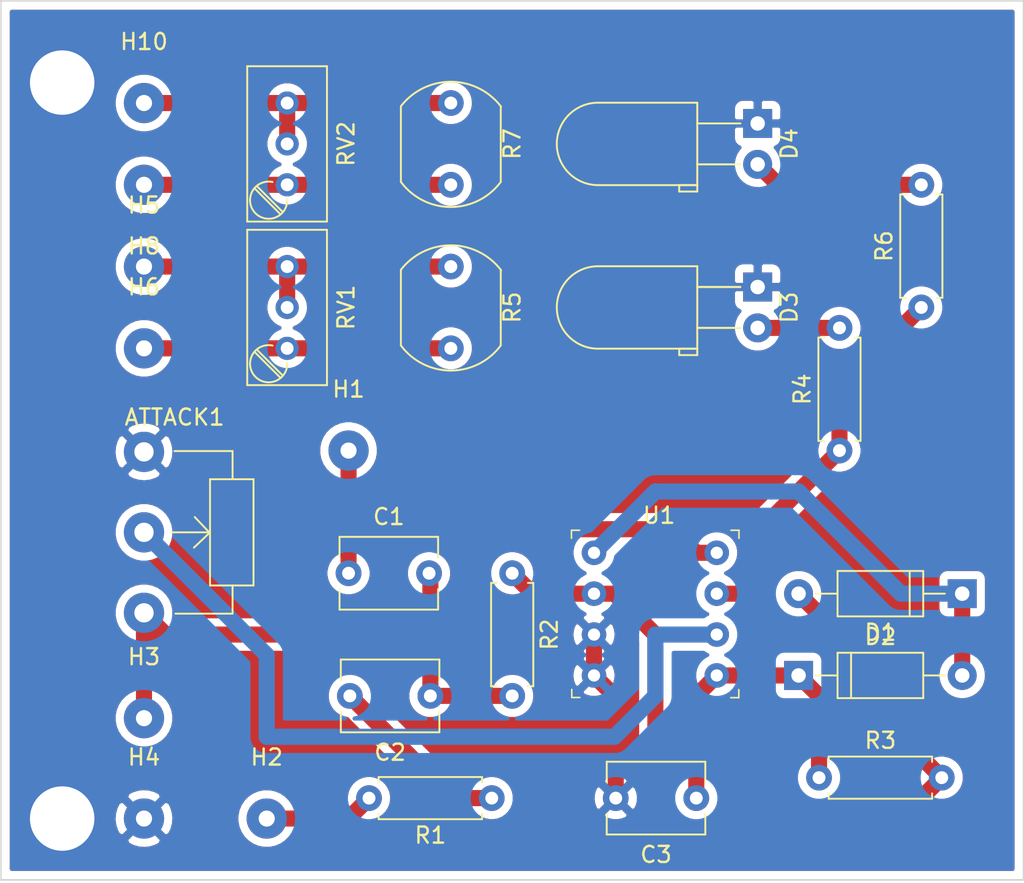
<source format=kicad_pcb>
(kicad_pcb (version 20171130) (host pcbnew "(5.1.6-0)")

  (general
    (thickness 1.6)
    (drawings 4)
    (tracks 67)
    (zones 0)
    (modules 26)
    (nets 18)
  )

  (page A4)
  (layers
    (0 F.Cu signal)
    (31 B.Cu signal)
    (32 B.Adhes user)
    (33 F.Adhes user)
    (34 B.Paste user)
    (35 F.Paste user)
    (36 B.SilkS user)
    (37 F.SilkS user)
    (38 B.Mask user)
    (39 F.Mask user)
    (40 Dwgs.User user)
    (41 Cmts.User user)
    (42 Eco1.User user)
    (43 Eco2.User user)
    (44 Edge.Cuts user)
    (45 Margin user)
    (46 B.CrtYd user)
    (47 F.CrtYd user)
    (48 B.Fab user)
    (49 F.Fab user)
  )

  (setup
    (last_trace_width 0.25)
    (trace_clearance 0.2)
    (zone_clearance 0.508)
    (zone_45_only no)
    (trace_min 0.2)
    (via_size 0.8)
    (via_drill 0.4)
    (via_min_size 0.4)
    (via_min_drill 0.3)
    (uvia_size 0.3)
    (uvia_drill 0.1)
    (uvias_allowed no)
    (uvia_min_size 0.2)
    (uvia_min_drill 0.1)
    (edge_width 0.05)
    (segment_width 0.2)
    (pcb_text_width 0.3)
    (pcb_text_size 1.5 1.5)
    (mod_edge_width 0.12)
    (mod_text_size 1 1)
    (mod_text_width 0.15)
    (pad_size 1.524 1.524)
    (pad_drill 0.762)
    (pad_to_mask_clearance 0.05)
    (aux_axis_origin 0 0)
    (visible_elements FFFFFF7F)
    (pcbplotparams
      (layerselection 0x310fc_ffffffff)
      (usegerberextensions false)
      (usegerberattributes true)
      (usegerberadvancedattributes true)
      (creategerberjobfile true)
      (excludeedgelayer true)
      (linewidth 0.100000)
      (plotframeref false)
      (viasonmask false)
      (mode 1)
      (useauxorigin false)
      (hpglpennumber 1)
      (hpglpenspeed 20)
      (hpglpendiameter 15.000000)
      (psnegative false)
      (psa4output false)
      (plotreference true)
      (plotvalue true)
      (plotinvisibletext false)
      (padsonsilk false)
      (subtractmaskfromsilk false)
      (outputformat 1)
      (mirror false)
      (drillshape 0)
      (scaleselection 1)
      (outputdirectory "/Users/adventure/Desktop/KiCad Projects/LFO4/EnvFollower/envfollowergerbers/"))
  )

  (net 0 "")
  (net 1 "Net-(ATTACK1-Pad2)")
  (net 2 VCC)
  (net 3 GND)
  (net 4 "Net-(C1-Pad1)")
  (net 5 "Net-(C1-Pad2)")
  (net 6 "Net-(C2-Pad2)")
  (net 7 "Net-(C3-Pad1)")
  (net 8 "Net-(D1-Pad1)")
  (net 9 "Net-(D1-Pad2)")
  (net 10 "Net-(D3-Pad2)")
  (net 11 "Net-(D4-Pad2)")
  (net 12 "Net-(H2-Pad1)")
  (net 13 "Net-(H5-Pad1)")
  (net 14 "Net-(H6-Pad1)")
  (net 15 "Net-(H8-Pad1)")
  (net 16 "Net-(H10-Pad1)")
  (net 17 "Net-(R4-Pad1)")

  (net_class Default "This is the default net class."
    (clearance 0.2)
    (trace_width 0.25)
    (via_dia 0.8)
    (via_drill 0.4)
    (uvia_dia 0.3)
    (uvia_drill 0.1)
    (add_net GND)
    (add_net "Net-(ATTACK1-Pad2)")
    (add_net "Net-(C1-Pad1)")
    (add_net "Net-(C1-Pad2)")
    (add_net "Net-(C2-Pad2)")
    (add_net "Net-(C3-Pad1)")
    (add_net "Net-(D1-Pad1)")
    (add_net "Net-(D1-Pad2)")
    (add_net "Net-(D3-Pad2)")
    (add_net "Net-(D4-Pad2)")
    (add_net "Net-(H10-Pad1)")
    (add_net "Net-(H2-Pad1)")
    (add_net "Net-(H5-Pad1)")
    (add_net "Net-(H6-Pad1)")
    (add_net "Net-(H8-Pad1)")
    (add_net "Net-(R4-Pad1)")
    (add_net VCC)
  )

  (module Resistors_ThroughHole:R_Axial_DIN0207_L6.3mm_D2.5mm_P7.62mm_Horizontal (layer F.Cu) (tedit 5874F706) (tstamp 627033EE)
    (at 100.33 85.09 270)
    (descr "Resistor, Axial_DIN0207 series, Axial, Horizontal, pin pitch=7.62mm, 0.25W = 1/4W, length*diameter=6.3*2.5mm^2, http://cdn-reichelt.de/documents/datenblatt/B400/1_4W%23YAG.pdf")
    (tags "Resistor Axial_DIN0207 series Axial Horizontal pin pitch 7.62mm 0.25W = 1/4W length 6.3mm diameter 2.5mm")
    (path /6271198A)
    (fp_text reference R2 (at 3.81 -2.31 90) (layer F.SilkS)
      (effects (font (size 1 1) (thickness 0.15)))
    )
    (fp_text value 10K (at 3.81 2.31 90) (layer F.Fab)
      (effects (font (size 1 1) (thickness 0.15)))
    )
    (fp_line (start 0.66 -1.25) (end 0.66 1.25) (layer F.Fab) (width 0.1))
    (fp_line (start 0.66 1.25) (end 6.96 1.25) (layer F.Fab) (width 0.1))
    (fp_line (start 6.96 1.25) (end 6.96 -1.25) (layer F.Fab) (width 0.1))
    (fp_line (start 6.96 -1.25) (end 0.66 -1.25) (layer F.Fab) (width 0.1))
    (fp_line (start 0 0) (end 0.66 0) (layer F.Fab) (width 0.1))
    (fp_line (start 7.62 0) (end 6.96 0) (layer F.Fab) (width 0.1))
    (fp_line (start 0.6 -0.98) (end 0.6 -1.31) (layer F.SilkS) (width 0.12))
    (fp_line (start 0.6 -1.31) (end 7.02 -1.31) (layer F.SilkS) (width 0.12))
    (fp_line (start 7.02 -1.31) (end 7.02 -0.98) (layer F.SilkS) (width 0.12))
    (fp_line (start 0.6 0.98) (end 0.6 1.31) (layer F.SilkS) (width 0.12))
    (fp_line (start 0.6 1.31) (end 7.02 1.31) (layer F.SilkS) (width 0.12))
    (fp_line (start 7.02 1.31) (end 7.02 0.98) (layer F.SilkS) (width 0.12))
    (fp_line (start -1.05 -1.6) (end -1.05 1.6) (layer F.CrtYd) (width 0.05))
    (fp_line (start -1.05 1.6) (end 8.7 1.6) (layer F.CrtYd) (width 0.05))
    (fp_line (start 8.7 1.6) (end 8.7 -1.6) (layer F.CrtYd) (width 0.05))
    (fp_line (start 8.7 -1.6) (end -1.05 -1.6) (layer F.CrtYd) (width 0.05))
    (pad 1 thru_hole circle (at 0 0 270) (size 1.6 1.6) (drill 0.8) (layers *.Cu *.Mask)
      (net 9 "Net-(D1-Pad2)"))
    (pad 2 thru_hole oval (at 7.62 0 270) (size 1.6 1.6) (drill 0.8) (layers *.Cu *.Mask)
      (net 5 "Net-(C1-Pad2)"))
    (model ${KISYS3DMOD}/Resistors_THT.3dshapes/R_Axial_DIN0207_L6.3mm_D2.5mm_P7.62mm_Horizontal.wrl
      (at (xyz 0 0 0))
      (scale (xyz 0.393701 0.393701 0.393701))
      (rotate (xyz 0 0 0))
    )
  )

  (module Diodes_ThroughHole:D_A-405_P10.16mm_Horizontal (layer F.Cu) (tedit 5921392E) (tstamp 627033C7)
    (at 128.27 86.36 180)
    (descr "D, A-405 series, Axial, Horizontal, pin pitch=10.16mm, , length*diameter=5.2*2.7mm^2, , http://www.diodes.com/_files/packages/A-405.pdf")
    (tags "D A-405 series Axial Horizontal pin pitch 10.16mm  length 5.2mm diameter 2.7mm")
    (path /62715F20)
    (fp_text reference D1 (at 5.08 -2.41) (layer F.SilkS)
      (effects (font (size 1 1) (thickness 0.15)))
    )
    (fp_text value 1N4001 (at 5.08 2.41) (layer F.Fab)
      (effects (font (size 1 1) (thickness 0.15)))
    )
    (fp_line (start 2.48 -1.35) (end 2.48 1.35) (layer F.Fab) (width 0.1))
    (fp_line (start 2.48 1.35) (end 7.68 1.35) (layer F.Fab) (width 0.1))
    (fp_line (start 7.68 1.35) (end 7.68 -1.35) (layer F.Fab) (width 0.1))
    (fp_line (start 7.68 -1.35) (end 2.48 -1.35) (layer F.Fab) (width 0.1))
    (fp_line (start 0 0) (end 2.48 0) (layer F.Fab) (width 0.1))
    (fp_line (start 10.16 0) (end 7.68 0) (layer F.Fab) (width 0.1))
    (fp_line (start 3.26 -1.35) (end 3.26 1.35) (layer F.Fab) (width 0.1))
    (fp_line (start 2.42 -1.41) (end 2.42 1.41) (layer F.SilkS) (width 0.12))
    (fp_line (start 2.42 1.41) (end 7.74 1.41) (layer F.SilkS) (width 0.12))
    (fp_line (start 7.74 1.41) (end 7.74 -1.41) (layer F.SilkS) (width 0.12))
    (fp_line (start 7.74 -1.41) (end 2.42 -1.41) (layer F.SilkS) (width 0.12))
    (fp_line (start 1.08 0) (end 2.42 0) (layer F.SilkS) (width 0.12))
    (fp_line (start 9.08 0) (end 7.74 0) (layer F.SilkS) (width 0.12))
    (fp_line (start 3.26 -1.41) (end 3.26 1.41) (layer F.SilkS) (width 0.12))
    (fp_line (start -1.15 -1.7) (end -1.15 1.7) (layer F.CrtYd) (width 0.05))
    (fp_line (start -1.15 1.7) (end 11.35 1.7) (layer F.CrtYd) (width 0.05))
    (fp_line (start 11.35 1.7) (end 11.35 -1.7) (layer F.CrtYd) (width 0.05))
    (fp_line (start 11.35 -1.7) (end -1.15 -1.7) (layer F.CrtYd) (width 0.05))
    (fp_text user %R (at 5.08 0) (layer F.Fab)
      (effects (font (size 1 1) (thickness 0.15)))
    )
    (pad 1 thru_hole rect (at 0 0 180) (size 1.8 1.8) (drill 0.9) (layers *.Cu *.Mask)
      (net 8 "Net-(D1-Pad1)"))
    (pad 2 thru_hole oval (at 10.16 0 180) (size 1.8 1.8) (drill 0.9) (layers *.Cu *.Mask)
      (net 9 "Net-(D1-Pad2)"))
    (model ${KISYS3DMOD}/Diodes_THT.3dshapes/D_A-405_P10.16mm_Horizontal.wrl
      (at (xyz 0 0 0))
      (scale (xyz 0.393701 0.393701 0.393701))
      (rotate (xyz 0 0 0))
    )
  )

  (module Resistors_ThroughHole:R_Axial_DIN0207_L6.3mm_D2.5mm_P7.62mm_Horizontal (layer F.Cu) (tedit 5874F706) (tstamp 627033F4)
    (at 120.65 77.47 90)
    (descr "Resistor, Axial_DIN0207 series, Axial, Horizontal, pin pitch=7.62mm, 0.25W = 1/4W, length*diameter=6.3*2.5mm^2, http://cdn-reichelt.de/documents/datenblatt/B400/1_4W%23YAG.pdf")
    (tags "Resistor Axial_DIN0207 series Axial Horizontal pin pitch 7.62mm 0.25W = 1/4W length 6.3mm diameter 2.5mm")
    (path /62714B79)
    (fp_text reference R4 (at 3.81 -2.31 90) (layer F.SilkS)
      (effects (font (size 1 1) (thickness 0.15)))
    )
    (fp_text value 1K (at 3.81 2.31 90) (layer F.Fab)
      (effects (font (size 1 1) (thickness 0.15)))
    )
    (fp_line (start 0.66 -1.25) (end 0.66 1.25) (layer F.Fab) (width 0.1))
    (fp_line (start 0.66 1.25) (end 6.96 1.25) (layer F.Fab) (width 0.1))
    (fp_line (start 6.96 1.25) (end 6.96 -1.25) (layer F.Fab) (width 0.1))
    (fp_line (start 6.96 -1.25) (end 0.66 -1.25) (layer F.Fab) (width 0.1))
    (fp_line (start 0 0) (end 0.66 0) (layer F.Fab) (width 0.1))
    (fp_line (start 7.62 0) (end 6.96 0) (layer F.Fab) (width 0.1))
    (fp_line (start 0.6 -0.98) (end 0.6 -1.31) (layer F.SilkS) (width 0.12))
    (fp_line (start 0.6 -1.31) (end 7.02 -1.31) (layer F.SilkS) (width 0.12))
    (fp_line (start 7.02 -1.31) (end 7.02 -0.98) (layer F.SilkS) (width 0.12))
    (fp_line (start 0.6 0.98) (end 0.6 1.31) (layer F.SilkS) (width 0.12))
    (fp_line (start 0.6 1.31) (end 7.02 1.31) (layer F.SilkS) (width 0.12))
    (fp_line (start 7.02 1.31) (end 7.02 0.98) (layer F.SilkS) (width 0.12))
    (fp_line (start -1.05 -1.6) (end -1.05 1.6) (layer F.CrtYd) (width 0.05))
    (fp_line (start -1.05 1.6) (end 8.7 1.6) (layer F.CrtYd) (width 0.05))
    (fp_line (start 8.7 1.6) (end 8.7 -1.6) (layer F.CrtYd) (width 0.05))
    (fp_line (start 8.7 -1.6) (end -1.05 -1.6) (layer F.CrtYd) (width 0.05))
    (pad 1 thru_hole circle (at 0 0 90) (size 1.6 1.6) (drill 0.8) (layers *.Cu *.Mask)
      (net 17 "Net-(R4-Pad1)"))
    (pad 2 thru_hole oval (at 7.62 0 90) (size 1.6 1.6) (drill 0.8) (layers *.Cu *.Mask)
      (net 10 "Net-(D3-Pad2)"))
    (model ${KISYS3DMOD}/Resistors_THT.3dshapes/R_Axial_DIN0207_L6.3mm_D2.5mm_P7.62mm_Horizontal.wrl
      (at (xyz 0 0 0))
      (scale (xyz 0.393701 0.393701 0.393701))
      (rotate (xyz 0 0 0))
    )
  )

  (module digikey-footprints:SOCKET_DIP-8_7.62mm_Conn (layer F.Cu) (tedit 5AA7D2DA) (tstamp 62703420)
    (at 105.41 83.82)
    (descr http://www.assmann-wsw.com/fileadmin/datasheets/ASS_0810_CO.pdf)
    (path /62701ECE)
    (fp_text reference U1 (at 4.04 -2.32) (layer F.SilkS)
      (effects (font (size 1 1) (thickness 0.15)))
    )
    (fp_text value TL072 (at 3.66 10.5) (layer F.Fab)
      (effects (font (size 1 1) (thickness 0.15)))
    )
    (fp_line (start -1.28 -1.27) (end -1.28 8.89) (layer F.Fab) (width 0.1))
    (fp_line (start -1.28 -1.27) (end 8.88 -1.27) (layer F.Fab) (width 0.1))
    (fp_line (start 8.88 -1.27) (end 8.88 8.89) (layer F.Fab) (width 0.1))
    (fp_line (start -1.28 8.89) (end 8.88 8.89) (layer F.Fab) (width 0.1))
    (fp_line (start 9 -1.4) (end 8.5 -1.4) (layer F.SilkS) (width 0.1))
    (fp_line (start 9 -1.4) (end 9 -0.9) (layer F.SilkS) (width 0.1))
    (fp_line (start -1.4 -1.4) (end -0.9 -1.4) (layer F.SilkS) (width 0.1))
    (fp_line (start -1.4 -1.4) (end -1.4 -0.9) (layer F.SilkS) (width 0.1))
    (fp_line (start -1.38 8.99) (end -1.38 8.49) (layer F.SilkS) (width 0.1))
    (fp_line (start -1.38 8.99) (end -0.88 8.99) (layer F.SilkS) (width 0.1))
    (fp_line (start 8.99 9) (end 8.49 9) (layer F.SilkS) (width 0.1))
    (fp_line (start 8.99 9) (end 8.99 8.5) (layer F.SilkS) (width 0.1))
    (fp_line (start 9.13 -1.52) (end -1.53 -1.52) (layer F.CrtYd) (width 0.05))
    (fp_line (start 9.13 -1.52) (end 9.13 9.14) (layer F.CrtYd) (width 0.05))
    (fp_line (start 9.13 9.14) (end -1.53 9.14) (layer F.CrtYd) (width 0.05))
    (fp_line (start -1.53 -1.52) (end -1.53 9.14) (layer F.CrtYd) (width 0.05))
    (fp_text user %R (at 3.7 2.6) (layer F.Fab)
      (effects (font (size 1 1) (thickness 0.15)))
    )
    (pad 8 thru_hole circle (at 7.62 0) (size 1.524 1.524) (drill 0.762) (layers *.Cu *.Mask)
      (net 2 VCC))
    (pad 7 thru_hole circle (at 7.62 2.54) (size 1.524 1.524) (drill 0.762) (layers *.Cu *.Mask)
      (net 17 "Net-(R4-Pad1)"))
    (pad 6 thru_hole circle (at 7.62 5.08) (size 1.524 1.524) (drill 0.762) (layers *.Cu *.Mask)
      (net 1 "Net-(ATTACK1-Pad2)"))
    (pad 5 thru_hole circle (at 7.62 7.62) (size 1.524 1.524) (drill 0.762) (layers *.Cu *.Mask)
      (net 7 "Net-(C3-Pad1)"))
    (pad 4 thru_hole circle (at 0 7.62) (size 1.524 1.524) (drill 0.762) (layers *.Cu *.Mask)
      (net 3 GND))
    (pad 3 thru_hole circle (at 0 5.08) (size 1.524 1.524) (drill 0.762) (layers *.Cu *.Mask)
      (net 3 GND))
    (pad 2 thru_hole circle (at 0 2.54) (size 1.524 1.524) (drill 0.762) (layers *.Cu *.Mask)
      (net 9 "Net-(D1-Pad2)"))
    (pad 1 thru_hole circle (at 0 0) (size 1.524 1.524) (drill 0.762) (layers *.Cu *.Mask)
      (net 8 "Net-(D1-Pad1)"))
  )

  (module Potentiometers:Potentiometer_Trimmer_Bourns_3296W (layer F.Cu) (tedit 58826ECB) (tstamp 62703403)
    (at 86.36 60.96 270)
    (descr "Spindle Trimmer Potentiometer, Bourns 3296W, https://www.bourns.com/pdfs/3296.pdf")
    (tags "Spindle Trimmer Potentiometer   Bourns 3296W")
    (path /627362AB)
    (fp_text reference RV2 (at -2.54 -3.66 90) (layer F.SilkS)
      (effects (font (size 1 1) (thickness 0.15)))
    )
    (fp_text value R_POT_TRIM (at -2.54 3.67 90) (layer F.Fab)
      (effects (font (size 1 1) (thickness 0.15)))
    )
    (fp_circle (center 0.955 1.15) (end 2.05 1.15) (layer F.Fab) (width 0.1))
    (fp_line (start -7.305 -2.41) (end -7.305 2.42) (layer F.Fab) (width 0.1))
    (fp_line (start -7.305 2.42) (end 2.225 2.42) (layer F.Fab) (width 0.1))
    (fp_line (start 2.225 2.42) (end 2.225 -2.41) (layer F.Fab) (width 0.1))
    (fp_line (start 2.225 -2.41) (end -7.305 -2.41) (layer F.Fab) (width 0.1))
    (fp_line (start 1.786 0.454) (end 0.259 1.981) (layer F.Fab) (width 0.1))
    (fp_line (start 1.652 0.32) (end 0.125 1.847) (layer F.Fab) (width 0.1))
    (fp_line (start -7.365 -2.47) (end 2.285 -2.47) (layer F.SilkS) (width 0.12))
    (fp_line (start -7.365 2.481) (end 2.285 2.481) (layer F.SilkS) (width 0.12))
    (fp_line (start -7.365 -2.47) (end -7.365 2.481) (layer F.SilkS) (width 0.12))
    (fp_line (start 2.285 -2.47) (end 2.285 2.481) (layer F.SilkS) (width 0.12))
    (fp_line (start 1.831 0.416) (end 0.22 2.026) (layer F.SilkS) (width 0.12))
    (fp_line (start 1.691 0.275) (end 0.079 1.885) (layer F.SilkS) (width 0.12))
    (fp_line (start -7.6 -2.7) (end -7.6 2.7) (layer F.CrtYd) (width 0.05))
    (fp_line (start -7.6 2.7) (end 2.5 2.7) (layer F.CrtYd) (width 0.05))
    (fp_line (start 2.5 2.7) (end 2.5 -2.7) (layer F.CrtYd) (width 0.05))
    (fp_line (start 2.5 -2.7) (end -7.6 -2.7) (layer F.CrtYd) (width 0.05))
    (fp_arc (start 0.955 1.15) (end 0.955 2.305) (angle -182) (layer F.SilkS) (width 0.12))
    (fp_arc (start 0.955 1.15) (end -0.174 0.91) (angle -103) (layer F.SilkS) (width 0.12))
    (pad 1 thru_hole circle (at 0 0 270) (size 1.44 1.44) (drill 0.8) (layers *.Cu *.Mask)
      (net 15 "Net-(H8-Pad1)"))
    (pad 2 thru_hole circle (at -2.54 0 270) (size 1.44 1.44) (drill 0.8) (layers *.Cu *.Mask)
      (net 16 "Net-(H10-Pad1)"))
    (pad 3 thru_hole circle (at -5.08 0 270) (size 1.44 1.44) (drill 0.8) (layers *.Cu *.Mask)
      (net 16 "Net-(H10-Pad1)"))
    (model Potentiometers.3dshapes/Potentiometer_Trimmer_Bourns_3296W.wrl
      (at (xyz 0 0 0))
      (scale (xyz 1 1 1))
      (rotate (xyz 0 0 -90))
    )
  )

  (module Potentiometers:Potentiometer_Trimmer_Bourns_3296W (layer F.Cu) (tedit 58826ECB) (tstamp 62703400)
    (at 86.36 71.12 270)
    (descr "Spindle Trimmer Potentiometer, Bourns 3296W, https://www.bourns.com/pdfs/3296.pdf")
    (tags "Spindle Trimmer Potentiometer   Bourns 3296W")
    (path /62731FB9)
    (fp_text reference RV1 (at -2.54 -3.66 90) (layer F.SilkS)
      (effects (font (size 1 1) (thickness 0.15)))
    )
    (fp_text value R_POT_TRIM (at -2.54 3.67 90) (layer F.Fab)
      (effects (font (size 1 1) (thickness 0.15)))
    )
    (fp_circle (center 0.955 1.15) (end 2.05 1.15) (layer F.Fab) (width 0.1))
    (fp_line (start -7.305 -2.41) (end -7.305 2.42) (layer F.Fab) (width 0.1))
    (fp_line (start -7.305 2.42) (end 2.225 2.42) (layer F.Fab) (width 0.1))
    (fp_line (start 2.225 2.42) (end 2.225 -2.41) (layer F.Fab) (width 0.1))
    (fp_line (start 2.225 -2.41) (end -7.305 -2.41) (layer F.Fab) (width 0.1))
    (fp_line (start 1.786 0.454) (end 0.259 1.981) (layer F.Fab) (width 0.1))
    (fp_line (start 1.652 0.32) (end 0.125 1.847) (layer F.Fab) (width 0.1))
    (fp_line (start -7.365 -2.47) (end 2.285 -2.47) (layer F.SilkS) (width 0.12))
    (fp_line (start -7.365 2.481) (end 2.285 2.481) (layer F.SilkS) (width 0.12))
    (fp_line (start -7.365 -2.47) (end -7.365 2.481) (layer F.SilkS) (width 0.12))
    (fp_line (start 2.285 -2.47) (end 2.285 2.481) (layer F.SilkS) (width 0.12))
    (fp_line (start 1.831 0.416) (end 0.22 2.026) (layer F.SilkS) (width 0.12))
    (fp_line (start 1.691 0.275) (end 0.079 1.885) (layer F.SilkS) (width 0.12))
    (fp_line (start -7.6 -2.7) (end -7.6 2.7) (layer F.CrtYd) (width 0.05))
    (fp_line (start -7.6 2.7) (end 2.5 2.7) (layer F.CrtYd) (width 0.05))
    (fp_line (start 2.5 2.7) (end 2.5 -2.7) (layer F.CrtYd) (width 0.05))
    (fp_line (start 2.5 -2.7) (end -7.6 -2.7) (layer F.CrtYd) (width 0.05))
    (fp_arc (start 0.955 1.15) (end 0.955 2.305) (angle -182) (layer F.SilkS) (width 0.12))
    (fp_arc (start 0.955 1.15) (end -0.174 0.91) (angle -103) (layer F.SilkS) (width 0.12))
    (pad 1 thru_hole circle (at 0 0 270) (size 1.44 1.44) (drill 0.8) (layers *.Cu *.Mask)
      (net 14 "Net-(H6-Pad1)"))
    (pad 2 thru_hole circle (at -2.54 0 270) (size 1.44 1.44) (drill 0.8) (layers *.Cu *.Mask)
      (net 13 "Net-(H5-Pad1)"))
    (pad 3 thru_hole circle (at -5.08 0 270) (size 1.44 1.44) (drill 0.8) (layers *.Cu *.Mask)
      (net 13 "Net-(H5-Pad1)"))
    (model Potentiometers.3dshapes/Potentiometer_Trimmer_Bourns_3296W.wrl
      (at (xyz 0 0 0))
      (scale (xyz 1 1 1))
      (rotate (xyz 0 0 -90))
    )
  )

  (module Opto-Devices:Resistor_LDR_7x6_RM5.1 (layer F.Cu) (tedit 588BD07B) (tstamp 627033FD)
    (at 96.52 55.88 270)
    (descr "Resistor, LDR 7x6mm")
    (tags "Resistor LDR7x6mm")
    (path /6272C231)
    (fp_text reference R7 (at 2.54 -3.81 90) (layer F.SilkS)
      (effects (font (size 1 1) (thickness 0.15)))
    )
    (fp_text value R_PHOTO (at 2.54 4.06 90) (layer F.Fab)
      (effects (font (size 1 1) (thickness 0.15)))
    )
    (fp_line (start 0.2 -3.1) (end 4.9 -3.1) (layer F.SilkS) (width 0.12))
    (fp_line (start 0.2 3.1) (end 4.9 3.1) (layer F.SilkS) (width 0.12))
    (fp_line (start 1.64 -1.8) (end 3.44 -1.8) (layer F.Fab) (width 0.1))
    (fp_line (start 3.44 -1.8) (end 3.44 -1.2) (layer F.Fab) (width 0.1))
    (fp_line (start 3.44 -1.2) (end 1.64 -1.2) (layer F.Fab) (width 0.1))
    (fp_line (start 1.64 -1.2) (end 1.64 -0.6) (layer F.Fab) (width 0.1))
    (fp_line (start 1.64 -0.6) (end 3.44 -0.6) (layer F.Fab) (width 0.1))
    (fp_line (start 3.44 -0.6) (end 3.44 0) (layer F.Fab) (width 0.1))
    (fp_line (start 3.44 0) (end 1.64 0) (layer F.Fab) (width 0.1))
    (fp_line (start 1.64 0) (end 1.64 0.6) (layer F.Fab) (width 0.1))
    (fp_line (start 1.64 0.6) (end 3.44 0.6) (layer F.Fab) (width 0.1))
    (fp_line (start 3.44 0.6) (end 3.44 1.2) (layer F.Fab) (width 0.1))
    (fp_line (start 3.44 1.2) (end 1.64 1.2) (layer F.Fab) (width 0.1))
    (fp_line (start 1.64 1.2) (end 1.64 1.8) (layer F.Fab) (width 0.1))
    (fp_line (start 1.64 1.8) (end 3.44 1.8) (layer F.Fab) (width 0.1))
    (fp_line (start 4.84 3) (end 0.24 3) (layer F.Fab) (width 0.1))
    (fp_line (start 0.24 -3) (end 4.84 -3) (layer F.Fab) (width 0.1))
    (fp_line (start -1.49 -3.25) (end 6.57 -3.25) (layer F.CrtYd) (width 0.05))
    (fp_line (start -1.49 -3.25) (end -1.49 3.25) (layer F.CrtYd) (width 0.05))
    (fp_line (start 6.57 3.25) (end 6.57 -3.25) (layer F.CrtYd) (width 0.05))
    (fp_line (start 6.57 3.25) (end -1.49 3.25) (layer F.CrtYd) (width 0.05))
    (fp_arc (start 2.6 0) (end 0.2 3.1) (angle 105) (layer F.SilkS) (width 0.12))
    (fp_arc (start 2.6 0) (end 4.9 -3.1) (angle 107) (layer F.SilkS) (width 0.12))
    (fp_arc (start 2.54 0) (end 4.84 -3) (angle 105) (layer F.Fab) (width 0.1))
    (fp_arc (start 2.54 0) (end 0.24 3) (angle 105) (layer F.Fab) (width 0.1))
    (pad 1 thru_hole circle (at 0 0 270) (size 1.6 1.6) (drill 0.8) (layers *.Cu *.Mask)
      (net 16 "Net-(H10-Pad1)"))
    (pad 2 thru_hole circle (at 5.08 0 270) (size 1.6 1.6) (drill 0.8) (layers *.Cu *.Mask)
      (net 15 "Net-(H8-Pad1)"))
  )

  (module Resistors_ThroughHole:R_Axial_DIN0207_L6.3mm_D2.5mm_P7.62mm_Horizontal (layer F.Cu) (tedit 5874F706) (tstamp 627033FA)
    (at 125.73 68.58 90)
    (descr "Resistor, Axial_DIN0207 series, Axial, Horizontal, pin pitch=7.62mm, 0.25W = 1/4W, length*diameter=6.3*2.5mm^2, http://cdn-reichelt.de/documents/datenblatt/B400/1_4W%23YAG.pdf")
    (tags "Resistor Axial_DIN0207 series Axial Horizontal pin pitch 7.62mm 0.25W = 1/4W length 6.3mm diameter 2.5mm")
    (path /627154D6)
    (fp_text reference R6 (at 3.81 -2.31 90) (layer F.SilkS)
      (effects (font (size 1 1) (thickness 0.15)))
    )
    (fp_text value 1K (at 3.81 2.31 90) (layer F.Fab)
      (effects (font (size 1 1) (thickness 0.15)))
    )
    (fp_line (start 0.66 -1.25) (end 0.66 1.25) (layer F.Fab) (width 0.1))
    (fp_line (start 0.66 1.25) (end 6.96 1.25) (layer F.Fab) (width 0.1))
    (fp_line (start 6.96 1.25) (end 6.96 -1.25) (layer F.Fab) (width 0.1))
    (fp_line (start 6.96 -1.25) (end 0.66 -1.25) (layer F.Fab) (width 0.1))
    (fp_line (start 0 0) (end 0.66 0) (layer F.Fab) (width 0.1))
    (fp_line (start 7.62 0) (end 6.96 0) (layer F.Fab) (width 0.1))
    (fp_line (start 0.6 -0.98) (end 0.6 -1.31) (layer F.SilkS) (width 0.12))
    (fp_line (start 0.6 -1.31) (end 7.02 -1.31) (layer F.SilkS) (width 0.12))
    (fp_line (start 7.02 -1.31) (end 7.02 -0.98) (layer F.SilkS) (width 0.12))
    (fp_line (start 0.6 0.98) (end 0.6 1.31) (layer F.SilkS) (width 0.12))
    (fp_line (start 0.6 1.31) (end 7.02 1.31) (layer F.SilkS) (width 0.12))
    (fp_line (start 7.02 1.31) (end 7.02 0.98) (layer F.SilkS) (width 0.12))
    (fp_line (start -1.05 -1.6) (end -1.05 1.6) (layer F.CrtYd) (width 0.05))
    (fp_line (start -1.05 1.6) (end 8.7 1.6) (layer F.CrtYd) (width 0.05))
    (fp_line (start 8.7 1.6) (end 8.7 -1.6) (layer F.CrtYd) (width 0.05))
    (fp_line (start 8.7 -1.6) (end -1.05 -1.6) (layer F.CrtYd) (width 0.05))
    (pad 1 thru_hole circle (at 0 0 90) (size 1.6 1.6) (drill 0.8) (layers *.Cu *.Mask)
      (net 17 "Net-(R4-Pad1)"))
    (pad 2 thru_hole oval (at 7.62 0 90) (size 1.6 1.6) (drill 0.8) (layers *.Cu *.Mask)
      (net 11 "Net-(D4-Pad2)"))
    (model ${KISYS3DMOD}/Resistors_THT.3dshapes/R_Axial_DIN0207_L6.3mm_D2.5mm_P7.62mm_Horizontal.wrl
      (at (xyz 0 0 0))
      (scale (xyz 0.393701 0.393701 0.393701))
      (rotate (xyz 0 0 0))
    )
  )

  (module Opto-Devices:Resistor_LDR_7x6_RM5.1 (layer F.Cu) (tedit 588BD07B) (tstamp 627033F7)
    (at 96.52 66.04 270)
    (descr "Resistor, LDR 7x6mm")
    (tags "Resistor LDR7x6mm")
    (path /6272A424)
    (fp_text reference R5 (at 2.54 -3.81 90) (layer F.SilkS)
      (effects (font (size 1 1) (thickness 0.15)))
    )
    (fp_text value R_PHOTO (at 2.54 4.06 90) (layer F.Fab)
      (effects (font (size 1 1) (thickness 0.15)))
    )
    (fp_line (start 0.2 -3.1) (end 4.9 -3.1) (layer F.SilkS) (width 0.12))
    (fp_line (start 0.2 3.1) (end 4.9 3.1) (layer F.SilkS) (width 0.12))
    (fp_line (start 1.64 -1.8) (end 3.44 -1.8) (layer F.Fab) (width 0.1))
    (fp_line (start 3.44 -1.8) (end 3.44 -1.2) (layer F.Fab) (width 0.1))
    (fp_line (start 3.44 -1.2) (end 1.64 -1.2) (layer F.Fab) (width 0.1))
    (fp_line (start 1.64 -1.2) (end 1.64 -0.6) (layer F.Fab) (width 0.1))
    (fp_line (start 1.64 -0.6) (end 3.44 -0.6) (layer F.Fab) (width 0.1))
    (fp_line (start 3.44 -0.6) (end 3.44 0) (layer F.Fab) (width 0.1))
    (fp_line (start 3.44 0) (end 1.64 0) (layer F.Fab) (width 0.1))
    (fp_line (start 1.64 0) (end 1.64 0.6) (layer F.Fab) (width 0.1))
    (fp_line (start 1.64 0.6) (end 3.44 0.6) (layer F.Fab) (width 0.1))
    (fp_line (start 3.44 0.6) (end 3.44 1.2) (layer F.Fab) (width 0.1))
    (fp_line (start 3.44 1.2) (end 1.64 1.2) (layer F.Fab) (width 0.1))
    (fp_line (start 1.64 1.2) (end 1.64 1.8) (layer F.Fab) (width 0.1))
    (fp_line (start 1.64 1.8) (end 3.44 1.8) (layer F.Fab) (width 0.1))
    (fp_line (start 4.84 3) (end 0.24 3) (layer F.Fab) (width 0.1))
    (fp_line (start 0.24 -3) (end 4.84 -3) (layer F.Fab) (width 0.1))
    (fp_line (start -1.49 -3.25) (end 6.57 -3.25) (layer F.CrtYd) (width 0.05))
    (fp_line (start -1.49 -3.25) (end -1.49 3.25) (layer F.CrtYd) (width 0.05))
    (fp_line (start 6.57 3.25) (end 6.57 -3.25) (layer F.CrtYd) (width 0.05))
    (fp_line (start 6.57 3.25) (end -1.49 3.25) (layer F.CrtYd) (width 0.05))
    (fp_arc (start 2.6 0) (end 0.2 3.1) (angle 105) (layer F.SilkS) (width 0.12))
    (fp_arc (start 2.6 0) (end 4.9 -3.1) (angle 107) (layer F.SilkS) (width 0.12))
    (fp_arc (start 2.54 0) (end 4.84 -3) (angle 105) (layer F.Fab) (width 0.1))
    (fp_arc (start 2.54 0) (end 0.24 3) (angle 105) (layer F.Fab) (width 0.1))
    (pad 1 thru_hole circle (at 0 0 270) (size 1.6 1.6) (drill 0.8) (layers *.Cu *.Mask)
      (net 13 "Net-(H5-Pad1)"))
    (pad 2 thru_hole circle (at 5.08 0 270) (size 1.6 1.6) (drill 0.8) (layers *.Cu *.Mask)
      (net 14 "Net-(H6-Pad1)"))
  )

  (module Resistors_ThroughHole:R_Axial_DIN0207_L6.3mm_D2.5mm_P7.62mm_Horizontal (layer F.Cu) (tedit 5874F706) (tstamp 627033F1)
    (at 119.38 97.79)
    (descr "Resistor, Axial_DIN0207 series, Axial, Horizontal, pin pitch=7.62mm, 0.25W = 1/4W, length*diameter=6.3*2.5mm^2, http://cdn-reichelt.de/documents/datenblatt/B400/1_4W%23YAG.pdf")
    (tags "Resistor Axial_DIN0207 series Axial Horizontal pin pitch 7.62mm 0.25W = 1/4W length 6.3mm diameter 2.5mm")
    (path /6271B1ED)
    (fp_text reference R3 (at 3.81 -2.31) (layer F.SilkS)
      (effects (font (size 1 1) (thickness 0.15)))
    )
    (fp_text value 10K (at 3.81 2.31) (layer F.Fab)
      (effects (font (size 1 1) (thickness 0.15)))
    )
    (fp_line (start 0.66 -1.25) (end 0.66 1.25) (layer F.Fab) (width 0.1))
    (fp_line (start 0.66 1.25) (end 6.96 1.25) (layer F.Fab) (width 0.1))
    (fp_line (start 6.96 1.25) (end 6.96 -1.25) (layer F.Fab) (width 0.1))
    (fp_line (start 6.96 -1.25) (end 0.66 -1.25) (layer F.Fab) (width 0.1))
    (fp_line (start 0 0) (end 0.66 0) (layer F.Fab) (width 0.1))
    (fp_line (start 7.62 0) (end 6.96 0) (layer F.Fab) (width 0.1))
    (fp_line (start 0.6 -0.98) (end 0.6 -1.31) (layer F.SilkS) (width 0.12))
    (fp_line (start 0.6 -1.31) (end 7.02 -1.31) (layer F.SilkS) (width 0.12))
    (fp_line (start 7.02 -1.31) (end 7.02 -0.98) (layer F.SilkS) (width 0.12))
    (fp_line (start 0.6 0.98) (end 0.6 1.31) (layer F.SilkS) (width 0.12))
    (fp_line (start 0.6 1.31) (end 7.02 1.31) (layer F.SilkS) (width 0.12))
    (fp_line (start 7.02 1.31) (end 7.02 0.98) (layer F.SilkS) (width 0.12))
    (fp_line (start -1.05 -1.6) (end -1.05 1.6) (layer F.CrtYd) (width 0.05))
    (fp_line (start -1.05 1.6) (end 8.7 1.6) (layer F.CrtYd) (width 0.05))
    (fp_line (start 8.7 1.6) (end 8.7 -1.6) (layer F.CrtYd) (width 0.05))
    (fp_line (start 8.7 -1.6) (end -1.05 -1.6) (layer F.CrtYd) (width 0.05))
    (pad 1 thru_hole circle (at 0 0) (size 1.6 1.6) (drill 0.8) (layers *.Cu *.Mask)
      (net 7 "Net-(C3-Pad1)"))
    (pad 2 thru_hole oval (at 7.62 0) (size 1.6 1.6) (drill 0.8) (layers *.Cu *.Mask)
      (net 9 "Net-(D1-Pad2)"))
    (model ${KISYS3DMOD}/Resistors_THT.3dshapes/R_Axial_DIN0207_L6.3mm_D2.5mm_P7.62mm_Horizontal.wrl
      (at (xyz 0 0 0))
      (scale (xyz 0.393701 0.393701 0.393701))
      (rotate (xyz 0 0 0))
    )
  )

  (module Resistors_ThroughHole:R_Axial_DIN0207_L6.3mm_D2.5mm_P7.62mm_Horizontal (layer F.Cu) (tedit 5874F706) (tstamp 627033EB)
    (at 99.06 99.06 180)
    (descr "Resistor, Axial_DIN0207 series, Axial, Horizontal, pin pitch=7.62mm, 0.25W = 1/4W, length*diameter=6.3*2.5mm^2, http://cdn-reichelt.de/documents/datenblatt/B400/1_4W%23YAG.pdf")
    (tags "Resistor Axial_DIN0207 series Axial Horizontal pin pitch 7.62mm 0.25W = 1/4W length 6.3mm diameter 2.5mm")
    (path /6271413A)
    (fp_text reference R1 (at 3.81 -2.31) (layer F.SilkS)
      (effects (font (size 1 1) (thickness 0.15)))
    )
    (fp_text value 100R (at 3.81 2.31) (layer F.Fab)
      (effects (font (size 1 1) (thickness 0.15)))
    )
    (fp_line (start 0.66 -1.25) (end 0.66 1.25) (layer F.Fab) (width 0.1))
    (fp_line (start 0.66 1.25) (end 6.96 1.25) (layer F.Fab) (width 0.1))
    (fp_line (start 6.96 1.25) (end 6.96 -1.25) (layer F.Fab) (width 0.1))
    (fp_line (start 6.96 -1.25) (end 0.66 -1.25) (layer F.Fab) (width 0.1))
    (fp_line (start 0 0) (end 0.66 0) (layer F.Fab) (width 0.1))
    (fp_line (start 7.62 0) (end 6.96 0) (layer F.Fab) (width 0.1))
    (fp_line (start 0.6 -0.98) (end 0.6 -1.31) (layer F.SilkS) (width 0.12))
    (fp_line (start 0.6 -1.31) (end 7.02 -1.31) (layer F.SilkS) (width 0.12))
    (fp_line (start 7.02 -1.31) (end 7.02 -0.98) (layer F.SilkS) (width 0.12))
    (fp_line (start 0.6 0.98) (end 0.6 1.31) (layer F.SilkS) (width 0.12))
    (fp_line (start 0.6 1.31) (end 7.02 1.31) (layer F.SilkS) (width 0.12))
    (fp_line (start 7.02 1.31) (end 7.02 0.98) (layer F.SilkS) (width 0.12))
    (fp_line (start -1.05 -1.6) (end -1.05 1.6) (layer F.CrtYd) (width 0.05))
    (fp_line (start -1.05 1.6) (end 8.7 1.6) (layer F.CrtYd) (width 0.05))
    (fp_line (start 8.7 1.6) (end 8.7 -1.6) (layer F.CrtYd) (width 0.05))
    (fp_line (start 8.7 -1.6) (end -1.05 -1.6) (layer F.CrtYd) (width 0.05))
    (pad 1 thru_hole circle (at 0 0 180) (size 1.6 1.6) (drill 0.8) (layers *.Cu *.Mask)
      (net 6 "Net-(C2-Pad2)"))
    (pad 2 thru_hole oval (at 7.62 0 180) (size 1.6 1.6) (drill 0.8) (layers *.Cu *.Mask)
      (net 12 "Net-(H2-Pad1)"))
    (model ${KISYS3DMOD}/Resistors_THT.3dshapes/R_Axial_DIN0207_L6.3mm_D2.5mm_P7.62mm_Horizontal.wrl
      (at (xyz 0 0 0))
      (scale (xyz 0.393701 0.393701 0.393701))
      (rotate (xyz 0 0 0))
    )
  )

  (module Wire_Pads:SolderWirePad_single_1mmDrill (layer F.Cu) (tedit 0) (tstamp 627033E8)
    (at 77.47 55.88)
    (path /6275589C)
    (fp_text reference H10 (at 0 -3.81) (layer F.SilkS)
      (effects (font (size 1 1) (thickness 0.15)))
    )
    (fp_text value B1 (at -1.905 3.175) (layer F.Fab)
      (effects (font (size 1 1) (thickness 0.15)))
    )
    (pad 1 thru_hole circle (at 0 0) (size 2.49936 2.49936) (drill 1.00076) (layers *.Cu *.Mask)
      (net 16 "Net-(H10-Pad1)"))
  )

  (module Wire_Pads:SolderWirePad_single_1mmDrill (layer F.Cu) (tedit 0) (tstamp 627033E5)
    (at 77.47 60.96 180)
    (path /6275643E)
    (fp_text reference H8 (at 0 -3.81) (layer F.SilkS)
      (effects (font (size 1 1) (thickness 0.15)))
    )
    (fp_text value B2 (at -1.905 3.175) (layer F.Fab)
      (effects (font (size 1 1) (thickness 0.15)))
    )
    (pad 1 thru_hole circle (at 0 0 180) (size 2.49936 2.49936) (drill 1.00076) (layers *.Cu *.Mask)
      (net 15 "Net-(H8-Pad1)"))
  )

  (module Wire_Pads:SolderWirePad_single_1mmDrill (layer F.Cu) (tedit 0) (tstamp 627033E2)
    (at 77.47 71.12)
    (path /62754BAD)
    (fp_text reference H6 (at 0 -3.81) (layer F.SilkS)
      (effects (font (size 1 1) (thickness 0.15)))
    )
    (fp_text value A2 (at -1.905 3.175) (layer F.Fab)
      (effects (font (size 1 1) (thickness 0.15)))
    )
    (pad 1 thru_hole circle (at 0 0) (size 2.49936 2.49936) (drill 1.00076) (layers *.Cu *.Mask)
      (net 14 "Net-(H6-Pad1)"))
  )

  (module Wire_Pads:SolderWirePad_single_1mmDrill (layer F.Cu) (tedit 0) (tstamp 627033DF)
    (at 77.47 66.04)
    (path /62753407)
    (fp_text reference H5 (at 0 -3.81) (layer F.SilkS)
      (effects (font (size 1 1) (thickness 0.15)))
    )
    (fp_text value A1 (at -1.905 3.175) (layer F.Fab)
      (effects (font (size 1 1) (thickness 0.15)))
    )
    (pad 1 thru_hole circle (at 0 0) (size 2.49936 2.49936) (drill 1.00076) (layers *.Cu *.Mask)
      (net 13 "Net-(H5-Pad1)"))
  )

  (module Wire_Pads:SolderWirePad_single_1mmDrill (layer F.Cu) (tedit 0) (tstamp 627033DC)
    (at 77.47 100.33)
    (path /627417AE)
    (fp_text reference H4 (at 0 -3.81) (layer F.SilkS)
      (effects (font (size 1 1) (thickness 0.15)))
    )
    (fp_text value GND (at -1.905 3.175) (layer F.Fab)
      (effects (font (size 1 1) (thickness 0.15)))
    )
    (pad 1 thru_hole circle (at 0 0) (size 2.49936 2.49936) (drill 1.00076) (layers *.Cu *.Mask)
      (net 3 GND))
  )

  (module Wire_Pads:SolderWirePad_single_1mmDrill (layer F.Cu) (tedit 0) (tstamp 627033D9)
    (at 77.47 94.094679)
    (path /6274426A)
    (fp_text reference H3 (at 0 -3.81) (layer F.SilkS)
      (effects (font (size 1 1) (thickness 0.15)))
    )
    (fp_text value 9V (at -1.905 3.175) (layer F.Fab)
      (effects (font (size 1 1) (thickness 0.15)))
    )
    (pad 1 thru_hole circle (at 0 0) (size 2.49936 2.49936) (drill 1.00076) (layers *.Cu *.Mask)
      (net 2 VCC))
  )

  (module Wire_Pads:SolderWirePad_single_1mmDrill (layer F.Cu) (tedit 0) (tstamp 627033D6)
    (at 85.09 100.33)
    (path /62740D4D)
    (fp_text reference H2 (at 0 -3.81) (layer F.SilkS)
      (effects (font (size 1 1) (thickness 0.15)))
    )
    (fp_text value OUT (at -1.905 3.175) (layer F.Fab)
      (effects (font (size 1 1) (thickness 0.15)))
    )
    (pad 1 thru_hole circle (at 0 0) (size 2.49936 2.49936) (drill 1.00076) (layers *.Cu *.Mask)
      (net 12 "Net-(H2-Pad1)"))
  )

  (module Wire_Pads:SolderWirePad_single_1mmDrill (layer F.Cu) (tedit 0) (tstamp 627033D3)
    (at 90.17 77.47)
    (path /6273FF64)
    (fp_text reference H1 (at 0 -3.81) (layer F.SilkS)
      (effects (font (size 1 1) (thickness 0.15)))
    )
    (fp_text value IN (at -1.905 3.175) (layer F.Fab)
      (effects (font (size 1 1) (thickness 0.15)))
    )
    (pad 1 thru_hole circle (at 0 0) (size 2.49936 2.49936) (drill 1.00076) (layers *.Cu *.Mask)
      (net 4 "Net-(C1-Pad1)"))
  )

  (module LEDs:LED_D5.0mm_Horizontal_O3.81mm_Z15.0mm (layer F.Cu) (tedit 5880A863) (tstamp 627033D0)
    (at 115.57 57.15 270)
    (descr "LED, diameter 5.0mm z-position of LED center 3.0mm, 2 pins, diameter 5.0mm z-position of LED center 3.0mm, 2 pins, diameter 5.0mm z-position of LED center 3.0mm, 2 pins, diameter 5.0mm z-position of LED center 9.0mm, 2 pins, diameter 5.0mm z-position of LED center 9.0mm, 2 pins, diameter 5.0mm z-position of LED center 9.0mm, 2 pins, diameter 5.0mm z-position of LED center 15.0mm, 2 pins, diameter 5.0mm z-position of LED center 15.0mm, 2 pins")
    (tags "LED diameter 5.0mm z-position of LED center 3.0mm 2 pins diameter 5.0mm z-position of LED center 3.0mm 2 pins diameter 5.0mm z-position of LED center 3.0mm 2 pins diameter 5.0mm z-position of LED center 9.0mm 2 pins diameter 5.0mm z-position of LED center 9.0mm 2 pins diameter 5.0mm z-position of LED center 9.0mm 2 pins diameter 5.0mm z-position of LED center 15.0mm 2 pins diameter 5.0mm z-position of LED center 15.0mm 2 pins")
    (path /62728305)
    (fp_text reference D4 (at 1.27 -1.96 90) (layer F.SilkS)
      (effects (font (size 1 1) (thickness 0.15)))
    )
    (fp_text value LED (at 1.27 13.47 90) (layer F.Fab)
      (effects (font (size 1 1) (thickness 0.15)))
    )
    (fp_line (start -1.23 3.81) (end -1.23 9.91) (layer F.Fab) (width 0.1))
    (fp_line (start 3.77 3.81) (end 3.77 9.91) (layer F.Fab) (width 0.1))
    (fp_line (start -1.23 3.81) (end 3.77 3.81) (layer F.Fab) (width 0.1))
    (fp_line (start 4.17 3.81) (end 4.17 4.81) (layer F.Fab) (width 0.1))
    (fp_line (start 4.17 4.81) (end 3.77 4.81) (layer F.Fab) (width 0.1))
    (fp_line (start 3.77 4.81) (end 3.77 3.81) (layer F.Fab) (width 0.1))
    (fp_line (start 3.77 3.81) (end 4.17 3.81) (layer F.Fab) (width 0.1))
    (fp_line (start 0 0) (end 0 3.81) (layer F.Fab) (width 0.1))
    (fp_line (start 0 3.81) (end 0 3.81) (layer F.Fab) (width 0.1))
    (fp_line (start 0 3.81) (end 0 0) (layer F.Fab) (width 0.1))
    (fp_line (start 0 0) (end 0 0) (layer F.Fab) (width 0.1))
    (fp_line (start 2.54 0) (end 2.54 3.81) (layer F.Fab) (width 0.1))
    (fp_line (start 2.54 3.81) (end 2.54 3.81) (layer F.Fab) (width 0.1))
    (fp_line (start 2.54 3.81) (end 2.54 0) (layer F.Fab) (width 0.1))
    (fp_line (start 2.54 0) (end 2.54 0) (layer F.Fab) (width 0.1))
    (fp_line (start -1.29 3.75) (end -1.29 9.91) (layer F.SilkS) (width 0.12))
    (fp_line (start 3.83 3.75) (end 3.83 9.91) (layer F.SilkS) (width 0.12))
    (fp_line (start -1.29 3.75) (end 3.83 3.75) (layer F.SilkS) (width 0.12))
    (fp_line (start 4.23 3.75) (end 4.23 4.87) (layer F.SilkS) (width 0.12))
    (fp_line (start 4.23 4.87) (end 3.83 4.87) (layer F.SilkS) (width 0.12))
    (fp_line (start 3.83 4.87) (end 3.83 3.75) (layer F.SilkS) (width 0.12))
    (fp_line (start 3.83 3.75) (end 4.23 3.75) (layer F.SilkS) (width 0.12))
    (fp_line (start 0 1.08) (end 0 3.75) (layer F.SilkS) (width 0.12))
    (fp_line (start 0 3.75) (end 0 3.75) (layer F.SilkS) (width 0.12))
    (fp_line (start 0 3.75) (end 0 1.08) (layer F.SilkS) (width 0.12))
    (fp_line (start 0 1.08) (end 0 1.08) (layer F.SilkS) (width 0.12))
    (fp_line (start 2.54 1.08) (end 2.54 3.75) (layer F.SilkS) (width 0.12))
    (fp_line (start 2.54 3.75) (end 2.54 3.75) (layer F.SilkS) (width 0.12))
    (fp_line (start 2.54 3.75) (end 2.54 1.08) (layer F.SilkS) (width 0.12))
    (fp_line (start 2.54 1.08) (end 2.54 1.08) (layer F.SilkS) (width 0.12))
    (fp_line (start -1.95 -1.25) (end -1.95 12.75) (layer F.CrtYd) (width 0.05))
    (fp_line (start -1.95 12.75) (end 4.5 12.75) (layer F.CrtYd) (width 0.05))
    (fp_line (start 4.5 12.75) (end 4.5 -1.25) (layer F.CrtYd) (width 0.05))
    (fp_line (start 4.5 -1.25) (end -1.95 -1.25) (layer F.CrtYd) (width 0.05))
    (fp_arc (start 1.27 9.91) (end -1.23 9.91) (angle -180) (layer F.Fab) (width 0.1))
    (fp_arc (start 1.27 9.91) (end -1.29 9.91) (angle -180) (layer F.SilkS) (width 0.12))
    (pad 1 thru_hole rect (at 0 0 270) (size 1.8 1.8) (drill 0.9) (layers *.Cu *.Mask)
      (net 3 GND))
    (pad 2 thru_hole circle (at 2.54 0 270) (size 1.8 1.8) (drill 0.9) (layers *.Cu *.Mask)
      (net 11 "Net-(D4-Pad2)"))
    (model ${KISYS3DMOD}/LEDs.3dshapes/LED_D5.0mm_Horizontal_O3.81mm_Z15.0mm.wrl
      (at (xyz 0 0 0))
      (scale (xyz 0.393701 0.393701 0.393701))
      (rotate (xyz 0 0 0))
    )
  )

  (module LEDs:LED_D5.0mm_Horizontal_O3.81mm_Z15.0mm (layer F.Cu) (tedit 5880A863) (tstamp 627033CD)
    (at 115.57 67.31 270)
    (descr "LED, diameter 5.0mm z-position of LED center 3.0mm, 2 pins, diameter 5.0mm z-position of LED center 3.0mm, 2 pins, diameter 5.0mm z-position of LED center 3.0mm, 2 pins, diameter 5.0mm z-position of LED center 9.0mm, 2 pins, diameter 5.0mm z-position of LED center 9.0mm, 2 pins, diameter 5.0mm z-position of LED center 9.0mm, 2 pins, diameter 5.0mm z-position of LED center 15.0mm, 2 pins, diameter 5.0mm z-position of LED center 15.0mm, 2 pins")
    (tags "LED diameter 5.0mm z-position of LED center 3.0mm 2 pins diameter 5.0mm z-position of LED center 3.0mm 2 pins diameter 5.0mm z-position of LED center 3.0mm 2 pins diameter 5.0mm z-position of LED center 9.0mm 2 pins diameter 5.0mm z-position of LED center 9.0mm 2 pins diameter 5.0mm z-position of LED center 9.0mm 2 pins diameter 5.0mm z-position of LED center 15.0mm 2 pins diameter 5.0mm z-position of LED center 15.0mm 2 pins")
    (path /62727056)
    (fp_text reference D3 (at 1.27 -1.96 90) (layer F.SilkS)
      (effects (font (size 1 1) (thickness 0.15)))
    )
    (fp_text value LED (at 1.27 13.47 90) (layer F.Fab)
      (effects (font (size 1 1) (thickness 0.15)))
    )
    (fp_line (start -1.23 3.81) (end -1.23 9.91) (layer F.Fab) (width 0.1))
    (fp_line (start 3.77 3.81) (end 3.77 9.91) (layer F.Fab) (width 0.1))
    (fp_line (start -1.23 3.81) (end 3.77 3.81) (layer F.Fab) (width 0.1))
    (fp_line (start 4.17 3.81) (end 4.17 4.81) (layer F.Fab) (width 0.1))
    (fp_line (start 4.17 4.81) (end 3.77 4.81) (layer F.Fab) (width 0.1))
    (fp_line (start 3.77 4.81) (end 3.77 3.81) (layer F.Fab) (width 0.1))
    (fp_line (start 3.77 3.81) (end 4.17 3.81) (layer F.Fab) (width 0.1))
    (fp_line (start 0 0) (end 0 3.81) (layer F.Fab) (width 0.1))
    (fp_line (start 0 3.81) (end 0 3.81) (layer F.Fab) (width 0.1))
    (fp_line (start 0 3.81) (end 0 0) (layer F.Fab) (width 0.1))
    (fp_line (start 0 0) (end 0 0) (layer F.Fab) (width 0.1))
    (fp_line (start 2.54 0) (end 2.54 3.81) (layer F.Fab) (width 0.1))
    (fp_line (start 2.54 3.81) (end 2.54 3.81) (layer F.Fab) (width 0.1))
    (fp_line (start 2.54 3.81) (end 2.54 0) (layer F.Fab) (width 0.1))
    (fp_line (start 2.54 0) (end 2.54 0) (layer F.Fab) (width 0.1))
    (fp_line (start -1.29 3.75) (end -1.29 9.91) (layer F.SilkS) (width 0.12))
    (fp_line (start 3.83 3.75) (end 3.83 9.91) (layer F.SilkS) (width 0.12))
    (fp_line (start -1.29 3.75) (end 3.83 3.75) (layer F.SilkS) (width 0.12))
    (fp_line (start 4.23 3.75) (end 4.23 4.87) (layer F.SilkS) (width 0.12))
    (fp_line (start 4.23 4.87) (end 3.83 4.87) (layer F.SilkS) (width 0.12))
    (fp_line (start 3.83 4.87) (end 3.83 3.75) (layer F.SilkS) (width 0.12))
    (fp_line (start 3.83 3.75) (end 4.23 3.75) (layer F.SilkS) (width 0.12))
    (fp_line (start 0 1.08) (end 0 3.75) (layer F.SilkS) (width 0.12))
    (fp_line (start 0 3.75) (end 0 3.75) (layer F.SilkS) (width 0.12))
    (fp_line (start 0 3.75) (end 0 1.08) (layer F.SilkS) (width 0.12))
    (fp_line (start 0 1.08) (end 0 1.08) (layer F.SilkS) (width 0.12))
    (fp_line (start 2.54 1.08) (end 2.54 3.75) (layer F.SilkS) (width 0.12))
    (fp_line (start 2.54 3.75) (end 2.54 3.75) (layer F.SilkS) (width 0.12))
    (fp_line (start 2.54 3.75) (end 2.54 1.08) (layer F.SilkS) (width 0.12))
    (fp_line (start 2.54 1.08) (end 2.54 1.08) (layer F.SilkS) (width 0.12))
    (fp_line (start -1.95 -1.25) (end -1.95 12.75) (layer F.CrtYd) (width 0.05))
    (fp_line (start -1.95 12.75) (end 4.5 12.75) (layer F.CrtYd) (width 0.05))
    (fp_line (start 4.5 12.75) (end 4.5 -1.25) (layer F.CrtYd) (width 0.05))
    (fp_line (start 4.5 -1.25) (end -1.95 -1.25) (layer F.CrtYd) (width 0.05))
    (fp_arc (start 1.27 9.91) (end -1.23 9.91) (angle -180) (layer F.Fab) (width 0.1))
    (fp_arc (start 1.27 9.91) (end -1.29 9.91) (angle -180) (layer F.SilkS) (width 0.12))
    (pad 1 thru_hole rect (at 0 0 270) (size 1.8 1.8) (drill 0.9) (layers *.Cu *.Mask)
      (net 3 GND))
    (pad 2 thru_hole circle (at 2.54 0 270) (size 1.8 1.8) (drill 0.9) (layers *.Cu *.Mask)
      (net 10 "Net-(D3-Pad2)"))
    (model ${KISYS3DMOD}/LEDs.3dshapes/LED_D5.0mm_Horizontal_O3.81mm_Z15.0mm.wrl
      (at (xyz 0 0 0))
      (scale (xyz 0.393701 0.393701 0.393701))
      (rotate (xyz 0 0 0))
    )
  )

  (module Diodes_ThroughHole:D_A-405_P10.16mm_Horizontal (layer F.Cu) (tedit 5921392E) (tstamp 627033CA)
    (at 118.11 91.44)
    (descr "D, A-405 series, Axial, Horizontal, pin pitch=10.16mm, , length*diameter=5.2*2.7mm^2, , http://www.diodes.com/_files/packages/A-405.pdf")
    (tags "D A-405 series Axial Horizontal pin pitch 10.16mm  length 5.2mm diameter 2.7mm")
    (path /627185EE)
    (fp_text reference D2 (at 5.08 -2.41) (layer F.SilkS)
      (effects (font (size 1 1) (thickness 0.15)))
    )
    (fp_text value 1N4001 (at 5.08 2.41) (layer F.Fab)
      (effects (font (size 1 1) (thickness 0.15)))
    )
    (fp_line (start 2.48 -1.35) (end 2.48 1.35) (layer F.Fab) (width 0.1))
    (fp_line (start 2.48 1.35) (end 7.68 1.35) (layer F.Fab) (width 0.1))
    (fp_line (start 7.68 1.35) (end 7.68 -1.35) (layer F.Fab) (width 0.1))
    (fp_line (start 7.68 -1.35) (end 2.48 -1.35) (layer F.Fab) (width 0.1))
    (fp_line (start 0 0) (end 2.48 0) (layer F.Fab) (width 0.1))
    (fp_line (start 10.16 0) (end 7.68 0) (layer F.Fab) (width 0.1))
    (fp_line (start 3.26 -1.35) (end 3.26 1.35) (layer F.Fab) (width 0.1))
    (fp_line (start 2.42 -1.41) (end 2.42 1.41) (layer F.SilkS) (width 0.12))
    (fp_line (start 2.42 1.41) (end 7.74 1.41) (layer F.SilkS) (width 0.12))
    (fp_line (start 7.74 1.41) (end 7.74 -1.41) (layer F.SilkS) (width 0.12))
    (fp_line (start 7.74 -1.41) (end 2.42 -1.41) (layer F.SilkS) (width 0.12))
    (fp_line (start 1.08 0) (end 2.42 0) (layer F.SilkS) (width 0.12))
    (fp_line (start 9.08 0) (end 7.74 0) (layer F.SilkS) (width 0.12))
    (fp_line (start 3.26 -1.41) (end 3.26 1.41) (layer F.SilkS) (width 0.12))
    (fp_line (start -1.15 -1.7) (end -1.15 1.7) (layer F.CrtYd) (width 0.05))
    (fp_line (start -1.15 1.7) (end 11.35 1.7) (layer F.CrtYd) (width 0.05))
    (fp_line (start 11.35 1.7) (end 11.35 -1.7) (layer F.CrtYd) (width 0.05))
    (fp_line (start 11.35 -1.7) (end -1.15 -1.7) (layer F.CrtYd) (width 0.05))
    (fp_text user %R (at 5.08 0) (layer F.Fab)
      (effects (font (size 1 1) (thickness 0.15)))
    )
    (pad 1 thru_hole rect (at 0 0) (size 1.8 1.8) (drill 0.9) (layers *.Cu *.Mask)
      (net 7 "Net-(C3-Pad1)"))
    (pad 2 thru_hole oval (at 10.16 0) (size 1.8 1.8) (drill 0.9) (layers *.Cu *.Mask)
      (net 8 "Net-(D1-Pad1)"))
    (model ${KISYS3DMOD}/Diodes_THT.3dshapes/D_A-405_P10.16mm_Horizontal.wrl
      (at (xyz 0 0 0))
      (scale (xyz 0.393701 0.393701 0.393701))
      (rotate (xyz 0 0 0))
    )
  )

  (module Capacitors_ThroughHole:C_Disc_D6.0mm_W4.4mm_P5.00mm (layer F.Cu) (tedit 597BC7C2) (tstamp 627033C4)
    (at 111.76 99.06 180)
    (descr "C, Disc series, Radial, pin pitch=5.00mm, , diameter*width=6*4.4mm^2, Capacitor")
    (tags "C Disc series Radial pin pitch 5.00mm  diameter 6mm width 4.4mm Capacitor")
    (path /62710DB2)
    (fp_text reference C3 (at 2.5 -3.51) (layer F.SilkS)
      (effects (font (size 1 1) (thickness 0.15)))
    )
    (fp_text value ? (at 2.5 3.51) (layer F.Fab)
      (effects (font (size 1 1) (thickness 0.15)))
    )
    (fp_line (start -0.5 -2.2) (end -0.5 2.2) (layer F.Fab) (width 0.1))
    (fp_line (start -0.5 2.2) (end 5.5 2.2) (layer F.Fab) (width 0.1))
    (fp_line (start 5.5 2.2) (end 5.5 -2.2) (layer F.Fab) (width 0.1))
    (fp_line (start 5.5 -2.2) (end -0.5 -2.2) (layer F.Fab) (width 0.1))
    (fp_line (start -0.56 -2.26) (end 5.56 -2.26) (layer F.SilkS) (width 0.12))
    (fp_line (start -0.56 2.26) (end 5.56 2.26) (layer F.SilkS) (width 0.12))
    (fp_line (start -0.56 -2.26) (end -0.56 -0.996) (layer F.SilkS) (width 0.12))
    (fp_line (start -0.56 0.996) (end -0.56 2.26) (layer F.SilkS) (width 0.12))
    (fp_line (start 5.56 -2.26) (end 5.56 -0.996) (layer F.SilkS) (width 0.12))
    (fp_line (start 5.56 0.996) (end 5.56 2.26) (layer F.SilkS) (width 0.12))
    (fp_line (start -1.05 -2.55) (end -1.05 2.55) (layer F.CrtYd) (width 0.05))
    (fp_line (start -1.05 2.55) (end 6.05 2.55) (layer F.CrtYd) (width 0.05))
    (fp_line (start 6.05 2.55) (end 6.05 -2.55) (layer F.CrtYd) (width 0.05))
    (fp_line (start 6.05 -2.55) (end -1.05 -2.55) (layer F.CrtYd) (width 0.05))
    (fp_text user %R (at 2.5 0 180) (layer F.Fab)
      (effects (font (size 1 1) (thickness 0.15)))
    )
    (pad 1 thru_hole circle (at 0 0 180) (size 1.6 1.6) (drill 0.8) (layers *.Cu *.Mask)
      (net 7 "Net-(C3-Pad1)"))
    (pad 2 thru_hole circle (at 5 0 180) (size 1.6 1.6) (drill 0.8) (layers *.Cu *.Mask)
      (net 3 GND))
    (model ${KISYS3DMOD}/Capacitors_THT.3dshapes/C_Disc_D6.0mm_W4.4mm_P5.00mm.wrl
      (at (xyz 0 0 0))
      (scale (xyz 1 1 1))
      (rotate (xyz 0 0 0))
    )
  )

  (module Capacitors_ThroughHole:C_Disc_D6.0mm_W4.4mm_P5.00mm (layer F.Cu) (tedit 597BC7C2) (tstamp 627033C1)
    (at 95.25 92.71 180)
    (descr "C, Disc series, Radial, pin pitch=5.00mm, , diameter*width=6*4.4mm^2, Capacitor")
    (tags "C Disc series Radial pin pitch 5.00mm  diameter 6mm width 4.4mm Capacitor")
    (path /627105EE)
    (fp_text reference C2 (at 2.5 -3.51) (layer F.SilkS)
      (effects (font (size 1 1) (thickness 0.15)))
    )
    (fp_text value 1u (at 2.5 3.51) (layer F.Fab)
      (effects (font (size 1 1) (thickness 0.15)))
    )
    (fp_line (start -0.5 -2.2) (end -0.5 2.2) (layer F.Fab) (width 0.1))
    (fp_line (start -0.5 2.2) (end 5.5 2.2) (layer F.Fab) (width 0.1))
    (fp_line (start 5.5 2.2) (end 5.5 -2.2) (layer F.Fab) (width 0.1))
    (fp_line (start 5.5 -2.2) (end -0.5 -2.2) (layer F.Fab) (width 0.1))
    (fp_line (start -0.56 -2.26) (end 5.56 -2.26) (layer F.SilkS) (width 0.12))
    (fp_line (start -0.56 2.26) (end 5.56 2.26) (layer F.SilkS) (width 0.12))
    (fp_line (start -0.56 -2.26) (end -0.56 -0.996) (layer F.SilkS) (width 0.12))
    (fp_line (start -0.56 0.996) (end -0.56 2.26) (layer F.SilkS) (width 0.12))
    (fp_line (start 5.56 -2.26) (end 5.56 -0.996) (layer F.SilkS) (width 0.12))
    (fp_line (start 5.56 0.996) (end 5.56 2.26) (layer F.SilkS) (width 0.12))
    (fp_line (start -1.05 -2.55) (end -1.05 2.55) (layer F.CrtYd) (width 0.05))
    (fp_line (start -1.05 2.55) (end 6.05 2.55) (layer F.CrtYd) (width 0.05))
    (fp_line (start 6.05 2.55) (end 6.05 -2.55) (layer F.CrtYd) (width 0.05))
    (fp_line (start 6.05 -2.55) (end -1.05 -2.55) (layer F.CrtYd) (width 0.05))
    (fp_text user %R (at 2.5 0) (layer F.Fab)
      (effects (font (size 1 1) (thickness 0.15)))
    )
    (pad 1 thru_hole circle (at 0 0 180) (size 1.6 1.6) (drill 0.8) (layers *.Cu *.Mask)
      (net 5 "Net-(C1-Pad2)"))
    (pad 2 thru_hole circle (at 5 0 180) (size 1.6 1.6) (drill 0.8) (layers *.Cu *.Mask)
      (net 6 "Net-(C2-Pad2)"))
    (model ${KISYS3DMOD}/Capacitors_THT.3dshapes/C_Disc_D6.0mm_W4.4mm_P5.00mm.wrl
      (at (xyz 0 0 0))
      (scale (xyz 1 1 1))
      (rotate (xyz 0 0 0))
    )
  )

  (module Capacitors_ThroughHole:C_Disc_D6.0mm_W4.4mm_P5.00mm (layer F.Cu) (tedit 597BC7C2) (tstamp 627033BE)
    (at 90.17 85.09)
    (descr "C, Disc series, Radial, pin pitch=5.00mm, , diameter*width=6*4.4mm^2, Capacitor")
    (tags "C Disc series Radial pin pitch 5.00mm  diameter 6mm width 4.4mm Capacitor")
    (path /6270F054)
    (fp_text reference C1 (at 2.5 -3.51) (layer F.SilkS)
      (effects (font (size 1 1) (thickness 0.15)))
    )
    (fp_text value 1u (at 2.5 3.51) (layer F.Fab)
      (effects (font (size 1 1) (thickness 0.15)))
    )
    (fp_line (start -0.5 -2.2) (end -0.5 2.2) (layer F.Fab) (width 0.1))
    (fp_line (start -0.5 2.2) (end 5.5 2.2) (layer F.Fab) (width 0.1))
    (fp_line (start 5.5 2.2) (end 5.5 -2.2) (layer F.Fab) (width 0.1))
    (fp_line (start 5.5 -2.2) (end -0.5 -2.2) (layer F.Fab) (width 0.1))
    (fp_line (start -0.56 -2.26) (end 5.56 -2.26) (layer F.SilkS) (width 0.12))
    (fp_line (start -0.56 2.26) (end 5.56 2.26) (layer F.SilkS) (width 0.12))
    (fp_line (start -0.56 -2.26) (end -0.56 -0.996) (layer F.SilkS) (width 0.12))
    (fp_line (start -0.56 0.996) (end -0.56 2.26) (layer F.SilkS) (width 0.12))
    (fp_line (start 5.56 -2.26) (end 5.56 -0.996) (layer F.SilkS) (width 0.12))
    (fp_line (start 5.56 0.996) (end 5.56 2.26) (layer F.SilkS) (width 0.12))
    (fp_line (start -1.05 -2.55) (end -1.05 2.55) (layer F.CrtYd) (width 0.05))
    (fp_line (start -1.05 2.55) (end 6.05 2.55) (layer F.CrtYd) (width 0.05))
    (fp_line (start 6.05 2.55) (end 6.05 -2.55) (layer F.CrtYd) (width 0.05))
    (fp_line (start 6.05 -2.55) (end -1.05 -2.55) (layer F.CrtYd) (width 0.05))
    (fp_text user %R (at 2.5 0) (layer F.Fab)
      (effects (font (size 1 1) (thickness 0.15)))
    )
    (pad 1 thru_hole circle (at 0 0) (size 1.6 1.6) (drill 0.8) (layers *.Cu *.Mask)
      (net 4 "Net-(C1-Pad1)"))
    (pad 2 thru_hole circle (at 5 0) (size 1.6 1.6) (drill 0.8) (layers *.Cu *.Mask)
      (net 5 "Net-(C1-Pad2)"))
    (model ${KISYS3DMOD}/Capacitors_THT.3dshapes/C_Disc_D6.0mm_W4.4mm_P5.00mm.wrl
      (at (xyz 0 0 0))
      (scale (xyz 1 1 1))
      (rotate (xyz 0 0 0))
    )
  )

  (module Potentiometers:Potentiometer_WirePads (layer F.Cu) (tedit 58822A41) (tstamp 627033BB)
    (at 77.47 77.55)
    (descr "Potentiometer, Wire Pads only, RevA, 30 July 2010,")
    (tags "Potentiometer Wire Pads only RevA 30 July 2010 ")
    (path /62722E30)
    (fp_text reference ATTACK1 (at 1.9 -2.15) (layer F.SilkS)
      (effects (font (size 1 1) (thickness 0.15)))
    )
    (fp_text value 10K (at 2 12.2) (layer F.Fab)
      (effects (font (size 1 1) (thickness 0.15)))
    )
    (fp_line (start 4.05 5) (end 1.7 5) (layer F.SilkS) (width 0.12))
    (fp_line (start 5.5 10.05) (end 1.95 10.05) (layer F.SilkS) (width 0.12))
    (fp_line (start 5.5 8.3) (end 5.5 10.05) (layer F.SilkS) (width 0.12))
    (fp_line (start 5.5 1.7) (end 5.5 -0.05) (layer F.SilkS) (width 0.12))
    (fp_line (start 5.5 -0.05) (end 1.9 -0.05) (layer F.SilkS) (width 0.12))
    (fp_line (start 4.1 5) (end 3.1 5.95) (layer F.SilkS) (width 0.12))
    (fp_line (start 4.1 5.05) (end 3.15 4.05) (layer F.SilkS) (width 0.12))
    (fp_line (start 4.1 1.7) (end 6.8 1.7) (layer F.SilkS) (width 0.12))
    (fp_line (start 6.8 1.7) (end 6.8 8.3) (layer F.SilkS) (width 0.12))
    (fp_line (start 6.8 8.3) (end 4.1 8.3) (layer F.SilkS) (width 0.12))
    (fp_line (start 4.1 8.3) (end 4.1 1.7) (layer F.SilkS) (width 0.12))
    (fp_line (start -1.5 -1.5) (end 7.05 -1.5) (layer F.CrtYd) (width 0.05))
    (fp_line (start -1.5 -1.5) (end -1.5 11.5) (layer F.CrtYd) (width 0.05))
    (fp_line (start 7.05 11.5) (end 7.05 -1.5) (layer F.CrtYd) (width 0.05))
    (fp_line (start 7.05 11.5) (end -1.5 11.5) (layer F.CrtYd) (width 0.05))
    (pad 2 thru_hole circle (at 0 5) (size 2.5 2.5) (drill 1.2) (layers *.Cu *.Mask)
      (net 1 "Net-(ATTACK1-Pad2)"))
    (pad 3 thru_hole circle (at 0 10) (size 2.5 2.5) (drill 1.2) (layers *.Cu *.Mask)
      (net 2 VCC))
    (pad 1 thru_hole circle (at 0 0) (size 2.5 2.5) (drill 1.2) (layers *.Cu *.Mask)
      (net 3 GND))
  )

  (gr_line (start 132.08 49.53) (end 132.08 104.14) (layer Edge.Cuts) (width 0.1))
  (gr_line (start 68.58 49.53) (end 132.08 49.53) (layer Edge.Cuts) (width 0.1))
  (gr_line (start 68.58 104.14) (end 68.58 49.53) (layer Edge.Cuts) (width 0.1))
  (gr_line (start 132.08 104.14) (end 68.58 104.14) (layer Edge.Cuts) (width 0.1))

  (segment (start 85.09 90.17) (end 85.09 95.25) (width 1) (layer B.Cu) (net 1))
  (segment (start 85.09 95.25) (end 106.68 95.25) (width 1) (layer B.Cu) (net 1))
  (segment (start 106.68 95.25) (end 109.22 92.71) (width 1) (layer B.Cu) (net 1))
  (segment (start 109.22 92.71) (end 109.22 88.9) (width 1) (layer B.Cu) (net 1))
  (segment (start 109.22 88.9) (end 113.03 88.9) (width 1) (layer B.Cu) (net 1))
  (segment (start 77.47 82.55) (end 85.09 90.17) (width 1) (layer B.Cu) (net 1))
  (segment (start 77.47 88.9) (end 77.47 87.55) (width 1) (layer F.Cu) (net 2))
  (segment (start 77.47 94.094679) (end 77.47 88.9) (width 1) (layer F.Cu) (net 2))
  (segment (start 78.82 88.9) (end 77.47 87.55) (width 1) (layer F.Cu) (net 2))
  (segment (start 78.82 88.9) (end 77.47 88.9) (width 1) (layer F.Cu) (net 2))
  (segment (start 92.71 88.9) (end 78.82 88.9) (width 1) (layer F.Cu) (net 2))
  (segment (start 92.71 82.55) (end 92.71 88.9) (width 1) (layer F.Cu) (net 2))
  (segment (start 92.902001 82.357999) (end 92.71 82.55) (width 1) (layer F.Cu) (net 2))
  (segment (start 113.03 83.82) (end 111.76 83.82) (width 1) (layer F.Cu) (net 2))
  (segment (start 111.76 83.82) (end 110.297999 82.357999) (width 1) (layer F.Cu) (net 2))
  (segment (start 110.297999 82.357999) (end 92.902001 82.357999) (width 1) (layer F.Cu) (net 2))
  (segment (start 106.76 92.79) (end 105.41 91.44) (width 1) (layer F.Cu) (net 3))
  (segment (start 106.76 99.06) (end 106.76 92.79) (width 1) (layer F.Cu) (net 3))
  (segment (start 105.41 91.44) (end 105.41 88.9) (width 1) (layer F.Cu) (net 3))
  (via (at 72.39 100.33) (size 5) (drill 4) (layers F.Cu B.Cu) (net 3))
  (via (at 72.39 54.61) (size 5) (drill 4) (layers F.Cu B.Cu) (net 3))
  (segment (start 90.17 85.09) (end 90.17 77.47) (width 1) (layer F.Cu) (net 4))
  (segment (start 95.25 85.17) (end 95.17 85.09) (width 1) (layer F.Cu) (net 5))
  (segment (start 95.25 92.71) (end 95.25 85.17) (width 1) (layer F.Cu) (net 5))
  (segment (start 100.33 92.71) (end 95.25 92.71) (width 1) (layer F.Cu) (net 5))
  (segment (start 96.6 99.06) (end 90.25 92.71) (width 1) (layer F.Cu) (net 6))
  (segment (start 99.06 99.06) (end 96.6 99.06) (width 1) (layer F.Cu) (net 6))
  (segment (start 111.76 99.06) (end 111.76 92.71) (width 1) (layer F.Cu) (net 7))
  (segment (start 111.76 92.71) (end 113.03 91.44) (width 1) (layer F.Cu) (net 7))
  (segment (start 113.03 91.44) (end 118.11 91.44) (width 1) (layer F.Cu) (net 7))
  (segment (start 119.38 92.71) (end 118.11 91.44) (width 1) (layer F.Cu) (net 7))
  (segment (start 119.38 97.79) (end 119.38 92.71) (width 1) (layer F.Cu) (net 7))
  (segment (start 109.22 80.01) (end 105.41 83.82) (width 1) (layer B.Cu) (net 8))
  (segment (start 118.11 80.01) (end 109.22 80.01) (width 1) (layer B.Cu) (net 8))
  (segment (start 124.46 86.36) (end 118.11 80.01) (width 1) (layer B.Cu) (net 8))
  (segment (start 128.27 86.36) (end 124.46 86.36) (width 1) (layer B.Cu) (net 8))
  (segment (start 128.27 91.44) (end 128.27 86.36) (width 1) (layer F.Cu) (net 8))
  (segment (start 101.6 86.36) (end 100.33 85.09) (width 1) (layer F.Cu) (net 9))
  (segment (start 105.41 86.36) (end 101.6 86.36) (width 1) (layer F.Cu) (net 9))
  (segment (start 105.41 86.36) (end 106.68 86.36) (width 1) (layer F.Cu) (net 9))
  (segment (start 106.68 86.36) (end 109.22 88.9) (width 1) (layer F.Cu) (net 9))
  (segment (start 109.22 88.9) (end 109.22 101.6) (width 1) (layer F.Cu) (net 9))
  (segment (start 109.22 101.6) (end 123.19 101.6) (width 1) (layer F.Cu) (net 9))
  (segment (start 123.19 101.6) (end 127 97.79) (width 1) (layer F.Cu) (net 9))
  (segment (start 127 97.79) (end 123.19 93.98) (width 1) (layer F.Cu) (net 9))
  (segment (start 123.19 93.98) (end 123.19 88.9) (width 1) (layer F.Cu) (net 9))
  (segment (start 123.19 88.9) (end 120.65 88.9) (width 1) (layer F.Cu) (net 9))
  (segment (start 120.65 88.9) (end 118.11 86.36) (width 1) (layer F.Cu) (net 9))
  (segment (start 120.65 69.85) (end 115.57 69.85) (width 1) (layer F.Cu) (net 10))
  (segment (start 116.84 60.96) (end 115.57 59.69) (width 1) (layer F.Cu) (net 11))
  (segment (start 125.73 60.96) (end 116.84 60.96) (width 1) (layer F.Cu) (net 11))
  (segment (start 90.17 100.33) (end 91.44 99.06) (width 1) (layer F.Cu) (net 12))
  (segment (start 85.09 100.33) (end 90.17 100.33) (width 1) (layer F.Cu) (net 12))
  (segment (start 86.36 68.58) (end 86.36 66.04) (width 1) (layer F.Cu) (net 13))
  (segment (start 77.47 66.04) (end 86.36 66.04) (width 1) (layer F.Cu) (net 13))
  (segment (start 86.36 66.04) (end 96.52 66.04) (width 1) (layer F.Cu) (net 13))
  (segment (start 77.47 71.12) (end 86.36 71.12) (width 1) (layer F.Cu) (net 14))
  (segment (start 86.36 71.12) (end 96.52 71.12) (width 1) (layer F.Cu) (net 14))
  (segment (start 77.47 60.96) (end 86.36 60.96) (width 1) (layer F.Cu) (net 15))
  (segment (start 96.52 60.96) (end 86.36 60.96) (width 1) (layer F.Cu) (net 15))
  (segment (start 86.36 55.88) (end 86.36 58.42) (width 1) (layer F.Cu) (net 16))
  (segment (start 77.47 55.88) (end 96.52 55.88) (width 1) (layer F.Cu) (net 16))
  (segment (start 120.65 77.47) (end 120.65 73.66) (width 1) (layer F.Cu) (net 17))
  (segment (start 120.65 73.66) (end 125.73 68.58) (width 1) (layer F.Cu) (net 17))
  (segment (start 115.57 86.36) (end 115.57 82.55) (width 1) (layer F.Cu) (net 17))
  (segment (start 115.57 82.55) (end 120.65 77.47) (width 1) (layer F.Cu) (net 17))
  (segment (start 113.03 86.36) (end 115.57 86.36) (width 1) (layer F.Cu) (net 17))

  (zone (net 3) (net_name GND) (layer B.Cu) (tstamp 62705DD3) (hatch edge 0.508)
    (connect_pads (clearance 0.508))
    (min_thickness 0.254)
    (fill yes (arc_segments 32) (thermal_gap 0.508) (thermal_bridge_width 0.508))
    (polygon
      (pts
        (xy 132.08 104.14) (xy 68.58 104.14) (xy 68.58 49.53) (xy 132.08 49.53)
      )
    )
    (filled_polygon
      (pts
        (xy 131.395001 103.455) (xy 69.265 103.455) (xy 69.265 101.643377) (xy 76.336229 101.643377) (xy 76.462104 101.933315)
        (xy 76.794262 102.099139) (xy 77.152387 102.196975) (xy 77.522719 102.223065) (xy 77.891025 102.176405) (xy 78.243151 102.058789)
        (xy 78.477896 101.933315) (xy 78.603771 101.643377) (xy 77.47 100.509605) (xy 76.336229 101.643377) (xy 69.265 101.643377)
        (xy 69.265 100.382719) (xy 75.576935 100.382719) (xy 75.623595 100.751025) (xy 75.741211 101.103151) (xy 75.866685 101.337896)
        (xy 76.156623 101.463771) (xy 77.290395 100.33) (xy 77.649605 100.33) (xy 78.783377 101.463771) (xy 79.073315 101.337896)
        (xy 79.239139 101.005738) (xy 79.336975 100.647613) (xy 79.363065 100.277281) (xy 79.346228 100.144375) (xy 83.20532 100.144375)
        (xy 83.20532 100.515625) (xy 83.277747 100.879741) (xy 83.419818 101.222731) (xy 83.626074 101.531413) (xy 83.888587 101.793926)
        (xy 84.197269 102.000182) (xy 84.540259 102.142253) (xy 84.904375 102.21468) (xy 85.275625 102.21468) (xy 85.639741 102.142253)
        (xy 85.982731 102.000182) (xy 86.291413 101.793926) (xy 86.553926 101.531413) (xy 86.760182 101.222731) (xy 86.902253 100.879741)
        (xy 86.97468 100.515625) (xy 86.97468 100.144375) (xy 86.902253 99.780259) (xy 86.760182 99.437269) (xy 86.553926 99.128587)
        (xy 86.344004 98.918665) (xy 90.005 98.918665) (xy 90.005 99.201335) (xy 90.060147 99.478574) (xy 90.16832 99.739727)
        (xy 90.325363 99.974759) (xy 90.525241 100.174637) (xy 90.760273 100.33168) (xy 91.021426 100.439853) (xy 91.298665 100.495)
        (xy 91.581335 100.495) (xy 91.858574 100.439853) (xy 92.119727 100.33168) (xy 92.354759 100.174637) (xy 92.554637 99.974759)
        (xy 92.71168 99.739727) (xy 92.819853 99.478574) (xy 92.875 99.201335) (xy 92.875 98.918665) (xy 97.625 98.918665)
        (xy 97.625 99.201335) (xy 97.680147 99.478574) (xy 97.78832 99.739727) (xy 97.945363 99.974759) (xy 98.145241 100.174637)
        (xy 98.380273 100.33168) (xy 98.641426 100.439853) (xy 98.918665 100.495) (xy 99.201335 100.495) (xy 99.478574 100.439853)
        (xy 99.739727 100.33168) (xy 99.974759 100.174637) (xy 100.096694 100.052702) (xy 105.946903 100.052702) (xy 106.018486 100.296671)
        (xy 106.273996 100.417571) (xy 106.548184 100.4863) (xy 106.830512 100.500217) (xy 107.11013 100.458787) (xy 107.376292 100.363603)
        (xy 107.501514 100.296671) (xy 107.573097 100.052702) (xy 106.76 99.239605) (xy 105.946903 100.052702) (xy 100.096694 100.052702)
        (xy 100.174637 99.974759) (xy 100.33168 99.739727) (xy 100.439853 99.478574) (xy 100.495 99.201335) (xy 100.495 99.130512)
        (xy 105.319783 99.130512) (xy 105.361213 99.41013) (xy 105.456397 99.676292) (xy 105.523329 99.801514) (xy 105.767298 99.873097)
        (xy 106.580395 99.06) (xy 106.939605 99.06) (xy 107.752702 99.873097) (xy 107.996671 99.801514) (xy 108.117571 99.546004)
        (xy 108.1863 99.271816) (xy 108.200217 98.989488) (xy 108.189724 98.918665) (xy 110.325 98.918665) (xy 110.325 99.201335)
        (xy 110.380147 99.478574) (xy 110.48832 99.739727) (xy 110.645363 99.974759) (xy 110.845241 100.174637) (xy 111.080273 100.33168)
        (xy 111.341426 100.439853) (xy 111.618665 100.495) (xy 111.901335 100.495) (xy 112.178574 100.439853) (xy 112.439727 100.33168)
        (xy 112.674759 100.174637) (xy 112.874637 99.974759) (xy 113.03168 99.739727) (xy 113.139853 99.478574) (xy 113.195 99.201335)
        (xy 113.195 98.918665) (xy 113.139853 98.641426) (xy 113.03168 98.380273) (xy 112.874637 98.145241) (xy 112.674759 97.945363)
        (xy 112.439727 97.78832) (xy 112.178574 97.680147) (xy 112.020306 97.648665) (xy 117.945 97.648665) (xy 117.945 97.931335)
        (xy 118.000147 98.208574) (xy 118.10832 98.469727) (xy 118.265363 98.704759) (xy 118.465241 98.904637) (xy 118.700273 99.06168)
        (xy 118.961426 99.169853) (xy 119.238665 99.225) (xy 119.521335 99.225) (xy 119.798574 99.169853) (xy 120.059727 99.06168)
        (xy 120.294759 98.904637) (xy 120.494637 98.704759) (xy 120.65168 98.469727) (xy 120.759853 98.208574) (xy 120.815 97.931335)
        (xy 120.815 97.648665) (xy 125.565 97.648665) (xy 125.565 97.931335) (xy 125.620147 98.208574) (xy 125.72832 98.469727)
        (xy 125.885363 98.704759) (xy 126.085241 98.904637) (xy 126.320273 99.06168) (xy 126.581426 99.169853) (xy 126.858665 99.225)
        (xy 127.141335 99.225) (xy 127.418574 99.169853) (xy 127.679727 99.06168) (xy 127.914759 98.904637) (xy 128.114637 98.704759)
        (xy 128.27168 98.469727) (xy 128.379853 98.208574) (xy 128.435 97.931335) (xy 128.435 97.648665) (xy 128.379853 97.371426)
        (xy 128.27168 97.110273) (xy 128.114637 96.875241) (xy 127.914759 96.675363) (xy 127.679727 96.51832) (xy 127.418574 96.410147)
        (xy 127.141335 96.355) (xy 126.858665 96.355) (xy 126.581426 96.410147) (xy 126.320273 96.51832) (xy 126.085241 96.675363)
        (xy 125.885363 96.875241) (xy 125.72832 97.110273) (xy 125.620147 97.371426) (xy 125.565 97.648665) (xy 120.815 97.648665)
        (xy 120.759853 97.371426) (xy 120.65168 97.110273) (xy 120.494637 96.875241) (xy 120.294759 96.675363) (xy 120.059727 96.51832)
        (xy 119.798574 96.410147) (xy 119.521335 96.355) (xy 119.238665 96.355) (xy 118.961426 96.410147) (xy 118.700273 96.51832)
        (xy 118.465241 96.675363) (xy 118.265363 96.875241) (xy 118.10832 97.110273) (xy 118.000147 97.371426) (xy 117.945 97.648665)
        (xy 112.020306 97.648665) (xy 111.901335 97.625) (xy 111.618665 97.625) (xy 111.341426 97.680147) (xy 111.080273 97.78832)
        (xy 110.845241 97.945363) (xy 110.645363 98.145241) (xy 110.48832 98.380273) (xy 110.380147 98.641426) (xy 110.325 98.918665)
        (xy 108.189724 98.918665) (xy 108.158787 98.70987) (xy 108.063603 98.443708) (xy 107.996671 98.318486) (xy 107.752702 98.246903)
        (xy 106.939605 99.06) (xy 106.580395 99.06) (xy 105.767298 98.246903) (xy 105.523329 98.318486) (xy 105.402429 98.573996)
        (xy 105.3337 98.848184) (xy 105.319783 99.130512) (xy 100.495 99.130512) (xy 100.495 98.918665) (xy 100.439853 98.641426)
        (xy 100.33168 98.380273) (xy 100.174637 98.145241) (xy 100.096694 98.067298) (xy 105.946903 98.067298) (xy 106.76 98.880395)
        (xy 107.573097 98.067298) (xy 107.501514 97.823329) (xy 107.246004 97.702429) (xy 106.971816 97.6337) (xy 106.689488 97.619783)
        (xy 106.40987 97.661213) (xy 106.143708 97.756397) (xy 106.018486 97.823329) (xy 105.946903 98.067298) (xy 100.096694 98.067298)
        (xy 99.974759 97.945363) (xy 99.739727 97.78832) (xy 99.478574 97.680147) (xy 99.201335 97.625) (xy 98.918665 97.625)
        (xy 98.641426 97.680147) (xy 98.380273 97.78832) (xy 98.145241 97.945363) (xy 97.945363 98.145241) (xy 97.78832 98.380273)
        (xy 97.680147 98.641426) (xy 97.625 98.918665) (xy 92.875 98.918665) (xy 92.819853 98.641426) (xy 92.71168 98.380273)
        (xy 92.554637 98.145241) (xy 92.354759 97.945363) (xy 92.119727 97.78832) (xy 91.858574 97.680147) (xy 91.581335 97.625)
        (xy 91.298665 97.625) (xy 91.021426 97.680147) (xy 90.760273 97.78832) (xy 90.525241 97.945363) (xy 90.325363 98.145241)
        (xy 90.16832 98.380273) (xy 90.060147 98.641426) (xy 90.005 98.918665) (xy 86.344004 98.918665) (xy 86.291413 98.866074)
        (xy 85.982731 98.659818) (xy 85.639741 98.517747) (xy 85.275625 98.44532) (xy 84.904375 98.44532) (xy 84.540259 98.517747)
        (xy 84.197269 98.659818) (xy 83.888587 98.866074) (xy 83.626074 99.128587) (xy 83.419818 99.437269) (xy 83.277747 99.780259)
        (xy 83.20532 100.144375) (xy 79.346228 100.144375) (xy 79.316405 99.908975) (xy 79.198789 99.556849) (xy 79.073315 99.322104)
        (xy 78.783377 99.196229) (xy 77.649605 100.33) (xy 77.290395 100.33) (xy 76.156623 99.196229) (xy 75.866685 99.322104)
        (xy 75.700861 99.654262) (xy 75.603025 100.012387) (xy 75.576935 100.382719) (xy 69.265 100.382719) (xy 69.265 99.016623)
        (xy 76.336229 99.016623) (xy 77.47 100.150395) (xy 78.603771 99.016623) (xy 78.477896 98.726685) (xy 78.145738 98.560861)
        (xy 77.787613 98.463025) (xy 77.417281 98.436935) (xy 77.048975 98.483595) (xy 76.696849 98.601211) (xy 76.462104 98.726685)
        (xy 76.336229 99.016623) (xy 69.265 99.016623) (xy 69.265 93.909054) (xy 75.58532 93.909054) (xy 75.58532 94.280304)
        (xy 75.657747 94.64442) (xy 75.799818 94.98741) (xy 76.006074 95.296092) (xy 76.268587 95.558605) (xy 76.577269 95.764861)
        (xy 76.920259 95.906932) (xy 77.284375 95.979359) (xy 77.655625 95.979359) (xy 78.019741 95.906932) (xy 78.362731 95.764861)
        (xy 78.671413 95.558605) (xy 78.933926 95.296092) (xy 79.140182 94.98741) (xy 79.282253 94.64442) (xy 79.35468 94.280304)
        (xy 79.35468 93.909054) (xy 79.282253 93.544938) (xy 79.140182 93.201948) (xy 78.933926 92.893266) (xy 78.671413 92.630753)
        (xy 78.362731 92.424497) (xy 78.019741 92.282426) (xy 77.655625 92.209999) (xy 77.284375 92.209999) (xy 76.920259 92.282426)
        (xy 76.577269 92.424497) (xy 76.268587 92.630753) (xy 76.006074 92.893266) (xy 75.799818 93.201948) (xy 75.657747 93.544938)
        (xy 75.58532 93.909054) (xy 69.265 93.909054) (xy 69.265 87.364344) (xy 75.585 87.364344) (xy 75.585 87.735656)
        (xy 75.657439 88.099834) (xy 75.799534 88.442882) (xy 76.005825 88.751618) (xy 76.268382 89.014175) (xy 76.577118 89.220466)
        (xy 76.920166 89.362561) (xy 77.284344 89.435) (xy 77.655656 89.435) (xy 78.019834 89.362561) (xy 78.362882 89.220466)
        (xy 78.671618 89.014175) (xy 78.934175 88.751618) (xy 79.140466 88.442882) (xy 79.282561 88.099834) (xy 79.355 87.735656)
        (xy 79.355 87.364344) (xy 79.282561 87.000166) (xy 79.140466 86.657118) (xy 78.934175 86.348382) (xy 78.671618 86.085825)
        (xy 78.362882 85.879534) (xy 78.019834 85.737439) (xy 77.655656 85.665) (xy 77.284344 85.665) (xy 76.920166 85.737439)
        (xy 76.577118 85.879534) (xy 76.268382 86.085825) (xy 76.005825 86.348382) (xy 75.799534 86.657118) (xy 75.657439 87.000166)
        (xy 75.585 87.364344) (xy 69.265 87.364344) (xy 69.265 82.364344) (xy 75.585 82.364344) (xy 75.585 82.735656)
        (xy 75.657439 83.099834) (xy 75.799534 83.442882) (xy 76.005825 83.751618) (xy 76.268382 84.014175) (xy 76.577118 84.220466)
        (xy 76.920166 84.362561) (xy 77.284344 84.435) (xy 77.655656 84.435) (xy 77.734238 84.419369) (xy 83.955 90.640132)
        (xy 83.955001 95.194238) (xy 83.949509 95.25) (xy 83.971423 95.472499) (xy 84.036324 95.686447) (xy 84.141716 95.883623)
        (xy 84.283551 96.056449) (xy 84.456377 96.198284) (xy 84.653553 96.303676) (xy 84.867501 96.368577) (xy 85.034248 96.385)
        (xy 85.034249 96.385) (xy 85.09 96.390491) (xy 85.145752 96.385) (xy 106.624249 96.385) (xy 106.68 96.390491)
        (xy 106.735751 96.385) (xy 106.735752 96.385) (xy 106.902499 96.368577) (xy 107.116447 96.303676) (xy 107.313623 96.198284)
        (xy 107.486449 96.056449) (xy 107.521996 96.013135) (xy 109.983141 93.551991) (xy 110.026449 93.516449) (xy 110.168284 93.343623)
        (xy 110.273676 93.146447) (xy 110.338577 92.932499) (xy 110.355 92.765752) (xy 110.355 92.765743) (xy 110.36049 92.710001)
        (xy 110.355 92.654259) (xy 110.355 90.035) (xy 112.214116 90.035) (xy 112.368273 90.138005) (xy 112.445515 90.17)
        (xy 112.368273 90.201995) (xy 112.139465 90.35488) (xy 111.94488 90.549465) (xy 111.791995 90.778273) (xy 111.686686 91.03251)
        (xy 111.633 91.302408) (xy 111.633 91.577592) (xy 111.686686 91.84749) (xy 111.791995 92.101727) (xy 111.94488 92.330535)
        (xy 112.139465 92.52512) (xy 112.368273 92.678005) (xy 112.62251 92.783314) (xy 112.892408 92.837) (xy 113.167592 92.837)
        (xy 113.43749 92.783314) (xy 113.691727 92.678005) (xy 113.920535 92.52512) (xy 114.11512 92.330535) (xy 114.268005 92.101727)
        (xy 114.373314 91.84749) (xy 114.427 91.577592) (xy 114.427 91.302408) (xy 114.373314 91.03251) (xy 114.268005 90.778273)
        (xy 114.11512 90.549465) (xy 114.105655 90.54) (xy 116.571928 90.54) (xy 116.571928 92.34) (xy 116.584188 92.464482)
        (xy 116.620498 92.58418) (xy 116.679463 92.694494) (xy 116.758815 92.791185) (xy 116.855506 92.870537) (xy 116.96582 92.929502)
        (xy 117.085518 92.965812) (xy 117.21 92.978072) (xy 119.01 92.978072) (xy 119.134482 92.965812) (xy 119.25418 92.929502)
        (xy 119.364494 92.870537) (xy 119.461185 92.791185) (xy 119.540537 92.694494) (xy 119.599502 92.58418) (xy 119.635812 92.464482)
        (xy 119.648072 92.34) (xy 119.648072 91.288816) (xy 126.735 91.288816) (xy 126.735 91.591184) (xy 126.793989 91.887743)
        (xy 126.909701 92.167095) (xy 127.077688 92.418505) (xy 127.291495 92.632312) (xy 127.542905 92.800299) (xy 127.822257 92.916011)
        (xy 128.118816 92.975) (xy 128.421184 92.975) (xy 128.717743 92.916011) (xy 128.997095 92.800299) (xy 129.248505 92.632312)
        (xy 129.462312 92.418505) (xy 129.630299 92.167095) (xy 129.746011 91.887743) (xy 129.805 91.591184) (xy 129.805 91.288816)
        (xy 129.746011 90.992257) (xy 129.630299 90.712905) (xy 129.462312 90.461495) (xy 129.248505 90.247688) (xy 128.997095 90.079701)
        (xy 128.717743 89.963989) (xy 128.421184 89.905) (xy 128.118816 89.905) (xy 127.822257 89.963989) (xy 127.542905 90.079701)
        (xy 127.291495 90.247688) (xy 127.077688 90.461495) (xy 126.909701 90.712905) (xy 126.793989 90.992257) (xy 126.735 91.288816)
        (xy 119.648072 91.288816) (xy 119.648072 90.54) (xy 119.635812 90.415518) (xy 119.599502 90.29582) (xy 119.540537 90.185506)
        (xy 119.461185 90.088815) (xy 119.364494 90.009463) (xy 119.25418 89.950498) (xy 119.134482 89.914188) (xy 119.01 89.901928)
        (xy 117.21 89.901928) (xy 117.085518 89.914188) (xy 116.96582 89.950498) (xy 116.855506 90.009463) (xy 116.758815 90.088815)
        (xy 116.679463 90.185506) (xy 116.620498 90.29582) (xy 116.584188 90.415518) (xy 116.571928 90.54) (xy 114.105655 90.54)
        (xy 113.920535 90.35488) (xy 113.691727 90.201995) (xy 113.614485 90.17) (xy 113.691727 90.138005) (xy 113.920535 89.98512)
        (xy 114.11512 89.790535) (xy 114.268005 89.561727) (xy 114.373314 89.30749) (xy 114.427 89.037592) (xy 114.427 88.762408)
        (xy 114.373314 88.49251) (xy 114.268005 88.238273) (xy 114.11512 88.009465) (xy 113.920535 87.81488) (xy 113.691727 87.661995)
        (xy 113.614485 87.63) (xy 113.691727 87.598005) (xy 113.920535 87.44512) (xy 114.11512 87.250535) (xy 114.268005 87.021727)
        (xy 114.373314 86.76749) (xy 114.427 86.497592) (xy 114.427 86.222408) (xy 114.424297 86.208816) (xy 116.575 86.208816)
        (xy 116.575 86.511184) (xy 116.633989 86.807743) (xy 116.749701 87.087095) (xy 116.917688 87.338505) (xy 117.131495 87.552312)
        (xy 117.382905 87.720299) (xy 117.662257 87.836011) (xy 117.958816 87.895) (xy 118.261184 87.895) (xy 118.557743 87.836011)
        (xy 118.837095 87.720299) (xy 119.088505 87.552312) (xy 119.302312 87.338505) (xy 119.470299 87.087095) (xy 119.586011 86.807743)
        (xy 119.645 86.511184) (xy 119.645 86.208816) (xy 119.586011 85.912257) (xy 119.470299 85.632905) (xy 119.302312 85.381495)
        (xy 119.088505 85.167688) (xy 118.837095 84.999701) (xy 118.557743 84.883989) (xy 118.261184 84.825) (xy 117.958816 84.825)
        (xy 117.662257 84.883989) (xy 117.382905 84.999701) (xy 117.131495 85.167688) (xy 116.917688 85.381495) (xy 116.749701 85.632905)
        (xy 116.633989 85.912257) (xy 116.575 86.208816) (xy 114.424297 86.208816) (xy 114.373314 85.95251) (xy 114.268005 85.698273)
        (xy 114.11512 85.469465) (xy 113.920535 85.27488) (xy 113.691727 85.121995) (xy 113.614485 85.09) (xy 113.691727 85.058005)
        (xy 113.920535 84.90512) (xy 114.11512 84.710535) (xy 114.268005 84.481727) (xy 114.373314 84.22749) (xy 114.427 83.957592)
        (xy 114.427 83.682408) (xy 114.373314 83.41251) (xy 114.268005 83.158273) (xy 114.11512 82.929465) (xy 113.920535 82.73488)
        (xy 113.691727 82.581995) (xy 113.43749 82.476686) (xy 113.167592 82.423) (xy 112.892408 82.423) (xy 112.62251 82.476686)
        (xy 112.368273 82.581995) (xy 112.139465 82.73488) (xy 111.94488 82.929465) (xy 111.791995 83.158273) (xy 111.686686 83.41251)
        (xy 111.633 83.682408) (xy 111.633 83.957592) (xy 111.686686 84.22749) (xy 111.791995 84.481727) (xy 111.94488 84.710535)
        (xy 112.139465 84.90512) (xy 112.368273 85.058005) (xy 112.445515 85.09) (xy 112.368273 85.121995) (xy 112.139465 85.27488)
        (xy 111.94488 85.469465) (xy 111.791995 85.698273) (xy 111.686686 85.95251) (xy 111.633 86.222408) (xy 111.633 86.497592)
        (xy 111.686686 86.76749) (xy 111.791995 87.021727) (xy 111.94488 87.250535) (xy 112.139465 87.44512) (xy 112.368273 87.598005)
        (xy 112.445515 87.63) (xy 112.368273 87.661995) (xy 112.214116 87.765) (xy 109.275752 87.765) (xy 109.22 87.759509)
        (xy 109.164249 87.765) (xy 109.164248 87.765) (xy 108.997501 87.781423) (xy 108.783553 87.846324) (xy 108.586377 87.951716)
        (xy 108.413551 88.093551) (xy 108.271716 88.266377) (xy 108.166324 88.463553) (xy 108.101423 88.677501) (xy 108.079509 88.9)
        (xy 108.085001 88.955762) (xy 108.085 92.239868) (xy 106.209869 94.115) (xy 100.622153 94.115) (xy 100.748574 94.089853)
        (xy 101.009727 93.98168) (xy 101.244759 93.824637) (xy 101.444637 93.624759) (xy 101.60168 93.389727) (xy 101.709853 93.128574)
        (xy 101.765 92.851335) (xy 101.765 92.568665) (xy 101.732557 92.405565) (xy 104.62404 92.405565) (xy 104.69102 92.645656)
        (xy 104.940048 92.762756) (xy 105.207135 92.829023) (xy 105.482017 92.84191) (xy 105.754133 92.800922) (xy 106.013023 92.707636)
        (xy 106.12898 92.645656) (xy 106.19596 92.405565) (xy 105.41 91.619605) (xy 104.62404 92.405565) (xy 101.732557 92.405565)
        (xy 101.709853 92.291426) (xy 101.60168 92.030273) (xy 101.444637 91.795241) (xy 101.244759 91.595363) (xy 101.120023 91.512017)
        (xy 104.00809 91.512017) (xy 104.049078 91.784133) (xy 104.142364 92.043023) (xy 104.204344 92.15898) (xy 104.444435 92.22596)
        (xy 105.230395 91.44) (xy 105.589605 91.44) (xy 106.375565 92.22596) (xy 106.615656 92.15898) (xy 106.732756 91.909952)
        (xy 106.799023 91.642865) (xy 106.81191 91.367983) (xy 106.770922 91.095867) (xy 106.677636 90.836977) (xy 106.615656 90.72102)
        (xy 106.375565 90.65404) (xy 105.589605 91.44) (xy 105.230395 91.44) (xy 104.444435 90.65404) (xy 104.204344 90.72102)
        (xy 104.087244 90.970048) (xy 104.020977 91.237135) (xy 104.00809 91.512017) (xy 101.120023 91.512017) (xy 101.009727 91.43832)
        (xy 100.748574 91.330147) (xy 100.471335 91.275) (xy 100.188665 91.275) (xy 99.911426 91.330147) (xy 99.650273 91.43832)
        (xy 99.415241 91.595363) (xy 99.215363 91.795241) (xy 99.05832 92.030273) (xy 98.950147 92.291426) (xy 98.895 92.568665)
        (xy 98.895 92.851335) (xy 98.950147 93.128574) (xy 99.05832 93.389727) (xy 99.215363 93.624759) (xy 99.415241 93.824637)
        (xy 99.650273 93.98168) (xy 99.911426 94.089853) (xy 100.037847 94.115) (xy 95.542153 94.115) (xy 95.668574 94.089853)
        (xy 95.929727 93.98168) (xy 96.164759 93.824637) (xy 96.364637 93.624759) (xy 96.52168 93.389727) (xy 96.629853 93.128574)
        (xy 96.685 92.851335) (xy 96.685 92.568665) (xy 96.629853 92.291426) (xy 96.52168 92.030273) (xy 96.364637 91.795241)
        (xy 96.164759 91.595363) (xy 95.929727 91.43832) (xy 95.668574 91.330147) (xy 95.391335 91.275) (xy 95.108665 91.275)
        (xy 94.831426 91.330147) (xy 94.570273 91.43832) (xy 94.335241 91.595363) (xy 94.135363 91.795241) (xy 93.97832 92.030273)
        (xy 93.870147 92.291426) (xy 93.815 92.568665) (xy 93.815 92.851335) (xy 93.870147 93.128574) (xy 93.97832 93.389727)
        (xy 94.135363 93.624759) (xy 94.335241 93.824637) (xy 94.570273 93.98168) (xy 94.831426 94.089853) (xy 94.957847 94.115)
        (xy 90.542153 94.115) (xy 90.668574 94.089853) (xy 90.929727 93.98168) (xy 91.164759 93.824637) (xy 91.364637 93.624759)
        (xy 91.52168 93.389727) (xy 91.629853 93.128574) (xy 91.685 92.851335) (xy 91.685 92.568665) (xy 91.629853 92.291426)
        (xy 91.52168 92.030273) (xy 91.364637 91.795241) (xy 91.164759 91.595363) (xy 90.929727 91.43832) (xy 90.668574 91.330147)
        (xy 90.391335 91.275) (xy 90.108665 91.275) (xy 89.831426 91.330147) (xy 89.570273 91.43832) (xy 89.335241 91.595363)
        (xy 89.135363 91.795241) (xy 88.97832 92.030273) (xy 88.870147 92.291426) (xy 88.815 92.568665) (xy 88.815 92.851335)
        (xy 88.870147 93.128574) (xy 88.97832 93.389727) (xy 89.135363 93.624759) (xy 89.335241 93.824637) (xy 89.570273 93.98168)
        (xy 89.831426 94.089853) (xy 89.957847 94.115) (xy 86.225 94.115) (xy 86.225 90.225741) (xy 86.23049 90.169999)
        (xy 86.225 90.114257) (xy 86.225 90.114248) (xy 86.208577 89.947501) (xy 86.183722 89.865565) (xy 104.62404 89.865565)
        (xy 104.69102 90.105656) (xy 104.821644 90.167079) (xy 104.806977 90.172364) (xy 104.69102 90.234344) (xy 104.62404 90.474435)
        (xy 105.41 91.260395) (xy 106.19596 90.474435) (xy 106.12898 90.234344) (xy 105.998356 90.172921) (xy 106.013023 90.167636)
        (xy 106.12898 90.105656) (xy 106.19596 89.865565) (xy 105.41 89.079605) (xy 104.62404 89.865565) (xy 86.183722 89.865565)
        (xy 86.143676 89.733553) (xy 86.038284 89.536377) (xy 85.896449 89.363551) (xy 85.853141 89.328009) (xy 85.497149 88.972017)
        (xy 104.00809 88.972017) (xy 104.049078 89.244133) (xy 104.142364 89.503023) (xy 104.204344 89.61898) (xy 104.444435 89.68596)
        (xy 105.230395 88.9) (xy 105.589605 88.9) (xy 106.375565 89.68596) (xy 106.615656 89.61898) (xy 106.732756 89.369952)
        (xy 106.799023 89.102865) (xy 106.81191 88.827983) (xy 106.770922 88.555867) (xy 106.677636 88.296977) (xy 106.615656 88.18102)
        (xy 106.375565 88.11404) (xy 105.589605 88.9) (xy 105.230395 88.9) (xy 104.444435 88.11404) (xy 104.204344 88.18102)
        (xy 104.087244 88.430048) (xy 104.020977 88.697135) (xy 104.00809 88.972017) (xy 85.497149 88.972017) (xy 81.473797 84.948665)
        (xy 88.735 84.948665) (xy 88.735 85.231335) (xy 88.790147 85.508574) (xy 88.89832 85.769727) (xy 89.055363 86.004759)
        (xy 89.255241 86.204637) (xy 89.490273 86.36168) (xy 89.751426 86.469853) (xy 90.028665 86.525) (xy 90.311335 86.525)
        (xy 90.588574 86.469853) (xy 90.849727 86.36168) (xy 91.084759 86.204637) (xy 91.284637 86.004759) (xy 91.44168 85.769727)
        (xy 91.549853 85.508574) (xy 91.605 85.231335) (xy 91.605 84.948665) (xy 93.735 84.948665) (xy 93.735 85.231335)
        (xy 93.790147 85.508574) (xy 93.89832 85.769727) (xy 94.055363 86.004759) (xy 94.255241 86.204637) (xy 94.490273 86.36168)
        (xy 94.751426 86.469853) (xy 95.028665 86.525) (xy 95.311335 86.525) (xy 95.588574 86.469853) (xy 95.849727 86.36168)
        (xy 96.084759 86.204637) (xy 96.284637 86.004759) (xy 96.44168 85.769727) (xy 96.549853 85.508574) (xy 96.605 85.231335)
        (xy 96.605 84.948665) (xy 98.895 84.948665) (xy 98.895 85.231335) (xy 98.950147 85.508574) (xy 99.05832 85.769727)
        (xy 99.215363 86.004759) (xy 99.415241 86.204637) (xy 99.650273 86.36168) (xy 99.911426 86.469853) (xy 100.188665 86.525)
        (xy 100.471335 86.525) (xy 100.748574 86.469853) (xy 101.009727 86.36168) (xy 101.244759 86.204637) (xy 101.444637 86.004759)
        (xy 101.60168 85.769727) (xy 101.709853 85.508574) (xy 101.765 85.231335) (xy 101.765 84.948665) (xy 101.709853 84.671426)
        (xy 101.60168 84.410273) (xy 101.444637 84.175241) (xy 101.244759 83.975363) (xy 101.009727 83.81832) (xy 100.748574 83.710147)
        (xy 100.609123 83.682408) (xy 104.013 83.682408) (xy 104.013 83.957592) (xy 104.066686 84.22749) (xy 104.171995 84.481727)
        (xy 104.32488 84.710535) (xy 104.519465 84.90512) (xy 104.748273 85.058005) (xy 104.825515 85.09) (xy 104.748273 85.121995)
        (xy 104.519465 85.27488) (xy 104.32488 85.469465) (xy 104.171995 85.698273) (xy 104.066686 85.95251) (xy 104.013 86.222408)
        (xy 104.013 86.497592) (xy 104.066686 86.76749) (xy 104.171995 87.021727) (xy 104.32488 87.250535) (xy 104.519465 87.44512)
        (xy 104.748273 87.598005) (xy 104.819943 87.627692) (xy 104.806977 87.632364) (xy 104.69102 87.694344) (xy 104.62404 87.934435)
        (xy 105.41 88.720395) (xy 106.19596 87.934435) (xy 106.12898 87.694344) (xy 105.99324 87.630515) (xy 106.071727 87.598005)
        (xy 106.300535 87.44512) (xy 106.49512 87.250535) (xy 106.648005 87.021727) (xy 106.753314 86.76749) (xy 106.807 86.497592)
        (xy 106.807 86.222408) (xy 106.753314 85.95251) (xy 106.648005 85.698273) (xy 106.49512 85.469465) (xy 106.300535 85.27488)
        (xy 106.071727 85.121995) (xy 105.994485 85.09) (xy 106.071727 85.058005) (xy 106.300535 84.90512) (xy 106.49512 84.710535)
        (xy 106.648005 84.481727) (xy 106.753314 84.22749) (xy 106.789485 84.045646) (xy 109.690133 81.145) (xy 117.639869 81.145)
        (xy 123.618009 87.123141) (xy 123.653551 87.166449) (xy 123.826377 87.308284) (xy 124.023553 87.413676) (xy 124.187705 87.463471)
        (xy 124.2375 87.478577) (xy 124.459999 87.500491) (xy 124.515751 87.495) (xy 126.777713 87.495) (xy 126.780498 87.50418)
        (xy 126.839463 87.614494) (xy 126.918815 87.711185) (xy 127.015506 87.790537) (xy 127.12582 87.849502) (xy 127.245518 87.885812)
        (xy 127.37 87.898072) (xy 129.17 87.898072) (xy 129.294482 87.885812) (xy 129.41418 87.849502) (xy 129.524494 87.790537)
        (xy 129.621185 87.711185) (xy 129.700537 87.614494) (xy 129.759502 87.50418) (xy 129.795812 87.384482) (xy 129.808072 87.26)
        (xy 129.808072 85.46) (xy 129.795812 85.335518) (xy 129.759502 85.21582) (xy 129.700537 85.105506) (xy 129.621185 85.008815)
        (xy 129.524494 84.929463) (xy 129.41418 84.870498) (xy 129.294482 84.834188) (xy 129.17 84.821928) (xy 127.37 84.821928)
        (xy 127.245518 84.834188) (xy 127.12582 84.870498) (xy 127.015506 84.929463) (xy 126.918815 85.008815) (xy 126.839463 85.105506)
        (xy 126.780498 85.21582) (xy 126.777713 85.225) (xy 124.930132 85.225) (xy 118.951996 79.246865) (xy 118.916449 79.203551)
        (xy 118.743623 79.061716) (xy 118.546447 78.956324) (xy 118.332499 78.891423) (xy 118.165752 78.875) (xy 118.165751 78.875)
        (xy 118.11 78.869509) (xy 118.054249 78.875) (xy 109.275752 78.875) (xy 109.22 78.869509) (xy 108.997501 78.891423)
        (xy 108.783553 78.956324) (xy 108.586377 79.061716) (xy 108.456856 79.168011) (xy 108.456855 79.168012) (xy 108.413551 79.203551)
        (xy 108.378013 79.246854) (xy 105.184354 82.440515) (xy 105.00251 82.476686) (xy 104.748273 82.581995) (xy 104.519465 82.73488)
        (xy 104.32488 82.929465) (xy 104.171995 83.158273) (xy 104.066686 83.41251) (xy 104.013 83.682408) (xy 100.609123 83.682408)
        (xy 100.471335 83.655) (xy 100.188665 83.655) (xy 99.911426 83.710147) (xy 99.650273 83.81832) (xy 99.415241 83.975363)
        (xy 99.215363 84.175241) (xy 99.05832 84.410273) (xy 98.950147 84.671426) (xy 98.895 84.948665) (xy 96.605 84.948665)
        (xy 96.549853 84.671426) (xy 96.44168 84.410273) (xy 96.284637 84.175241) (xy 96.084759 83.975363) (xy 95.849727 83.81832)
        (xy 95.588574 83.710147) (xy 95.311335 83.655) (xy 95.028665 83.655) (xy 94.751426 83.710147) (xy 94.490273 83.81832)
        (xy 94.255241 83.975363) (xy 94.055363 84.175241) (xy 93.89832 84.410273) (xy 93.790147 84.671426) (xy 93.735 84.948665)
        (xy 91.605 84.948665) (xy 91.549853 84.671426) (xy 91.44168 84.410273) (xy 91.284637 84.175241) (xy 91.084759 83.975363)
        (xy 90.849727 83.81832) (xy 90.588574 83.710147) (xy 90.311335 83.655) (xy 90.028665 83.655) (xy 89.751426 83.710147)
        (xy 89.490273 83.81832) (xy 89.255241 83.975363) (xy 89.055363 84.175241) (xy 88.89832 84.410273) (xy 88.790147 84.671426)
        (xy 88.735 84.948665) (xy 81.473797 84.948665) (xy 79.339369 82.814238) (xy 79.355 82.735656) (xy 79.355 82.364344)
        (xy 79.282561 82.000166) (xy 79.140466 81.657118) (xy 78.934175 81.348382) (xy 78.671618 81.085825) (xy 78.362882 80.879534)
        (xy 78.019834 80.737439) (xy 77.655656 80.665) (xy 77.284344 80.665) (xy 76.920166 80.737439) (xy 76.577118 80.879534)
        (xy 76.268382 81.085825) (xy 76.005825 81.348382) (xy 75.799534 81.657118) (xy 75.657439 82.000166) (xy 75.585 82.364344)
        (xy 69.265 82.364344) (xy 69.265 78.863605) (xy 76.336 78.863605) (xy 76.461914 79.153577) (xy 76.794126 79.319433)
        (xy 77.152312 79.41729) (xy 77.522706 79.443389) (xy 77.891075 79.396725) (xy 78.243262 79.279094) (xy 78.478086 79.153577)
        (xy 78.604 78.863605) (xy 77.47 77.729605) (xy 76.336 78.863605) (xy 69.265 78.863605) (xy 69.265 77.602706)
        (xy 75.576611 77.602706) (xy 75.623275 77.971075) (xy 75.740906 78.323262) (xy 75.866423 78.558086) (xy 76.156395 78.684)
        (xy 77.290395 77.55) (xy 77.649605 77.55) (xy 78.783605 78.684) (xy 79.073577 78.558086) (xy 79.239433 78.225874)
        (xy 79.33729 77.867688) (xy 79.363389 77.497294) (xy 79.336417 77.284375) (xy 88.28532 77.284375) (xy 88.28532 77.655625)
        (xy 88.357747 78.019741) (xy 88.499818 78.362731) (xy 88.706074 78.671413) (xy 88.968587 78.933926) (xy 89.277269 79.140182)
        (xy 89.620259 79.282253) (xy 89.984375 79.35468) (xy 90.355625 79.35468) (xy 90.719741 79.282253) (xy 91.062731 79.140182)
        (xy 91.371413 78.933926) (xy 91.633926 78.671413) (xy 91.840182 78.362731) (xy 91.982253 78.019741) (xy 92.05468 77.655625)
        (xy 92.05468 77.328665) (xy 119.215 77.328665) (xy 119.215 77.611335) (xy 119.270147 77.888574) (xy 119.37832 78.149727)
        (xy 119.535363 78.384759) (xy 119.735241 78.584637) (xy 119.970273 78.74168) (xy 120.231426 78.849853) (xy 120.508665 78.905)
        (xy 120.791335 78.905) (xy 121.068574 78.849853) (xy 121.329727 78.74168) (xy 121.564759 78.584637) (xy 121.764637 78.384759)
        (xy 121.92168 78.149727) (xy 122.029853 77.888574) (xy 122.085 77.611335) (xy 122.085 77.328665) (xy 122.029853 77.051426)
        (xy 121.92168 76.790273) (xy 121.764637 76.555241) (xy 121.564759 76.355363) (xy 121.329727 76.19832) (xy 121.068574 76.090147)
        (xy 120.791335 76.035) (xy 120.508665 76.035) (xy 120.231426 76.090147) (xy 119.970273 76.19832) (xy 119.735241 76.355363)
        (xy 119.535363 76.555241) (xy 119.37832 76.790273) (xy 119.270147 77.051426) (xy 119.215 77.328665) (xy 92.05468 77.328665)
        (xy 92.05468 77.284375) (xy 91.982253 76.920259) (xy 91.840182 76.577269) (xy 91.633926 76.268587) (xy 91.371413 76.006074)
        (xy 91.062731 75.799818) (xy 90.719741 75.657747) (xy 90.355625 75.58532) (xy 89.984375 75.58532) (xy 89.620259 75.657747)
        (xy 89.277269 75.799818) (xy 88.968587 76.006074) (xy 88.706074 76.268587) (xy 88.499818 76.577269) (xy 88.357747 76.920259)
        (xy 88.28532 77.284375) (xy 79.336417 77.284375) (xy 79.316725 77.128925) (xy 79.199094 76.776738) (xy 79.073577 76.541914)
        (xy 78.783605 76.416) (xy 77.649605 77.55) (xy 77.290395 77.55) (xy 76.156395 76.416) (xy 75.866423 76.541914)
        (xy 75.700567 76.874126) (xy 75.60271 77.232312) (xy 75.576611 77.602706) (xy 69.265 77.602706) (xy 69.265 76.236395)
        (xy 76.336 76.236395) (xy 77.47 77.370395) (xy 78.604 76.236395) (xy 78.478086 75.946423) (xy 78.145874 75.780567)
        (xy 77.787688 75.68271) (xy 77.417294 75.656611) (xy 77.048925 75.703275) (xy 76.696738 75.820906) (xy 76.461914 75.946423)
        (xy 76.336 76.236395) (xy 69.265 76.236395) (xy 69.265 70.934375) (xy 75.58532 70.934375) (xy 75.58532 71.305625)
        (xy 75.657747 71.669741) (xy 75.799818 72.012731) (xy 76.006074 72.321413) (xy 76.268587 72.583926) (xy 76.577269 72.790182)
        (xy 76.920259 72.932253) (xy 77.284375 73.00468) (xy 77.655625 73.00468) (xy 78.019741 72.932253) (xy 78.362731 72.790182)
        (xy 78.671413 72.583926) (xy 78.933926 72.321413) (xy 79.140182 72.012731) (xy 79.282253 71.669741) (xy 79.35468 71.305625)
        (xy 79.35468 70.934375) (xy 79.282253 70.570259) (xy 79.140182 70.227269) (xy 78.933926 69.918587) (xy 78.671413 69.656074)
        (xy 78.362731 69.449818) (xy 78.019741 69.307747) (xy 77.655625 69.23532) (xy 77.284375 69.23532) (xy 76.920259 69.307747)
        (xy 76.577269 69.449818) (xy 76.268587 69.656074) (xy 76.006074 69.918587) (xy 75.799818 70.227269) (xy 75.657747 70.570259)
        (xy 75.58532 70.934375) (xy 69.265 70.934375) (xy 69.265 65.854375) (xy 75.58532 65.854375) (xy 75.58532 66.225625)
        (xy 75.657747 66.589741) (xy 75.799818 66.932731) (xy 76.006074 67.241413) (xy 76.268587 67.503926) (xy 76.577269 67.710182)
        (xy 76.920259 67.852253) (xy 77.284375 67.92468) (xy 77.655625 67.92468) (xy 78.019741 67.852253) (xy 78.362731 67.710182)
        (xy 78.671413 67.503926) (xy 78.933926 67.241413) (xy 79.140182 66.932731) (xy 79.282253 66.589741) (xy 79.35468 66.225625)
        (xy 79.35468 65.906544) (xy 85.005 65.906544) (xy 85.005 66.173456) (xy 85.057072 66.435239) (xy 85.159215 66.681833)
        (xy 85.307503 66.903762) (xy 85.496238 67.092497) (xy 85.718167 67.240785) (xy 85.885266 67.31) (xy 85.718167 67.379215)
        (xy 85.496238 67.527503) (xy 85.307503 67.716238) (xy 85.159215 67.938167) (xy 85.057072 68.184761) (xy 85.005 68.446544)
        (xy 85.005 68.713456) (xy 85.057072 68.975239) (xy 85.159215 69.221833) (xy 85.307503 69.443762) (xy 85.496238 69.632497)
        (xy 85.718167 69.780785) (xy 85.885266 69.85) (xy 85.718167 69.919215) (xy 85.496238 70.067503) (xy 85.307503 70.256238)
        (xy 85.159215 70.478167) (xy 85.057072 70.724761) (xy 85.005 70.986544) (xy 85.005 71.253456) (xy 85.057072 71.515239)
        (xy 85.159215 71.761833) (xy 85.307503 71.983762) (xy 85.496238 72.172497) (xy 85.718167 72.320785) (xy 85.964761 72.422928)
        (xy 86.226544 72.475) (xy 86.493456 72.475) (xy 86.755239 72.422928) (xy 87.001833 72.320785) (xy 87.223762 72.172497)
        (xy 87.412497 71.983762) (xy 87.560785 71.761833) (xy 87.662928 71.515239) (xy 87.715 71.253456) (xy 87.715 70.986544)
        (xy 87.713433 70.978665) (xy 95.085 70.978665) (xy 95.085 71.261335) (xy 95.140147 71.538574) (xy 95.24832 71.799727)
        (xy 95.405363 72.034759) (xy 95.605241 72.234637) (xy 95.840273 72.39168) (xy 96.101426 72.499853) (xy 96.378665 72.555)
        (xy 96.661335 72.555) (xy 96.938574 72.499853) (xy 97.199727 72.39168) (xy 97.434759 72.234637) (xy 97.634637 72.034759)
        (xy 97.79168 71.799727) (xy 97.899853 71.538574) (xy 97.955 71.261335) (xy 97.955 70.978665) (xy 97.899853 70.701426)
        (xy 97.79168 70.440273) (xy 97.634637 70.205241) (xy 97.434759 70.005363) (xy 97.199727 69.84832) (xy 96.938574 69.740147)
        (xy 96.661335 69.685) (xy 96.378665 69.685) (xy 96.101426 69.740147) (xy 95.840273 69.84832) (xy 95.605241 70.005363)
        (xy 95.405363 70.205241) (xy 95.24832 70.440273) (xy 95.140147 70.701426) (xy 95.085 70.978665) (xy 87.713433 70.978665)
        (xy 87.662928 70.724761) (xy 87.560785 70.478167) (xy 87.412497 70.256238) (xy 87.223762 70.067503) (xy 87.001833 69.919215)
        (xy 86.834734 69.85) (xy 87.001833 69.780785) (xy 87.223762 69.632497) (xy 87.412497 69.443762) (xy 87.560785 69.221833)
        (xy 87.662928 68.975239) (xy 87.715 68.713456) (xy 87.715 68.446544) (xy 87.667949 68.21) (xy 114.031928 68.21)
        (xy 114.044188 68.334482) (xy 114.080498 68.45418) (xy 114.139463 68.564494) (xy 114.218815 68.661185) (xy 114.315506 68.740537)
        (xy 114.42582 68.799502) (xy 114.444127 68.805056) (xy 114.377688 68.871495) (xy 114.209701 69.122905) (xy 114.093989 69.402257)
        (xy 114.035 69.698816) (xy 114.035 70.001184) (xy 114.093989 70.297743) (xy 114.209701 70.577095) (xy 114.377688 70.828505)
        (xy 114.591495 71.042312) (xy 114.842905 71.210299) (xy 115.122257 71.326011) (xy 115.418816 71.385) (xy 115.721184 71.385)
        (xy 116.017743 71.326011) (xy 116.297095 71.210299) (xy 116.548505 71.042312) (xy 116.762312 70.828505) (xy 116.930299 70.577095)
        (xy 117.046011 70.297743) (xy 117.105 70.001184) (xy 117.105 69.708665) (xy 119.215 69.708665) (xy 119.215 69.991335)
        (xy 119.270147 70.268574) (xy 119.37832 70.529727) (xy 119.535363 70.764759) (xy 119.735241 70.964637) (xy 119.970273 71.12168)
        (xy 120.231426 71.229853) (xy 120.508665 71.285) (xy 120.791335 71.285) (xy 121.068574 71.229853) (xy 121.329727 71.12168)
        (xy 121.564759 70.964637) (xy 121.764637 70.764759) (xy 121.92168 70.529727) (xy 122.029853 70.268574) (xy 122.085 69.991335)
        (xy 122.085 69.708665) (xy 122.029853 69.431426) (xy 121.92168 69.170273) (xy 121.764637 68.935241) (xy 121.564759 68.735363)
        (xy 121.329727 68.57832) (xy 121.068574 68.470147) (xy 120.910306 68.438665) (xy 124.295 68.438665) (xy 124.295 68.721335)
        (xy 124.350147 68.998574) (xy 124.45832 69.259727) (xy 124.615363 69.494759) (xy 124.815241 69.694637) (xy 125.050273 69.85168)
        (xy 125.311426 69.959853) (xy 125.588665 70.015) (xy 125.871335 70.015) (xy 126.148574 69.959853) (xy 126.409727 69.85168)
        (xy 126.644759 69.694637) (xy 126.844637 69.494759) (xy 127.00168 69.259727) (xy 127.109853 68.998574) (xy 127.165 68.721335)
        (xy 127.165 68.438665) (xy 127.109853 68.161426) (xy 127.00168 67.900273) (xy 126.844637 67.665241) (xy 126.644759 67.465363)
        (xy 126.409727 67.30832) (xy 126.148574 67.200147) (xy 125.871335 67.145) (xy 125.588665 67.145) (xy 125.311426 67.200147)
        (xy 125.050273 67.30832) (xy 124.815241 67.465363) (xy 124.615363 67.665241) (xy 124.45832 67.900273) (xy 124.350147 68.161426)
        (xy 124.295 68.438665) (xy 120.910306 68.438665) (xy 120.791335 68.415) (xy 120.508665 68.415) (xy 120.231426 68.470147)
        (xy 119.970273 68.57832) (xy 119.735241 68.735363) (xy 119.535363 68.935241) (xy 119.37832 69.170273) (xy 119.270147 69.431426)
        (xy 119.215 69.708665) (xy 117.105 69.708665) (xy 117.105 69.698816) (xy 117.046011 69.402257) (xy 116.930299 69.122905)
        (xy 116.762312 68.871495) (xy 116.695873 68.805056) (xy 116.71418 68.799502) (xy 116.824494 68.740537) (xy 116.921185 68.661185)
        (xy 117.000537 68.564494) (xy 117.059502 68.45418) (xy 117.095812 68.334482) (xy 117.108072 68.21) (xy 117.105 67.59575)
        (xy 116.94625 67.437) (xy 115.697 67.437) (xy 115.697 67.457) (xy 115.443 67.457) (xy 115.443 67.437)
        (xy 114.19375 67.437) (xy 114.035 67.59575) (xy 114.031928 68.21) (xy 87.667949 68.21) (xy 87.662928 68.184761)
        (xy 87.560785 67.938167) (xy 87.412497 67.716238) (xy 87.223762 67.527503) (xy 87.001833 67.379215) (xy 86.834734 67.31)
        (xy 87.001833 67.240785) (xy 87.223762 67.092497) (xy 87.412497 66.903762) (xy 87.560785 66.681833) (xy 87.662928 66.435239)
        (xy 87.715 66.173456) (xy 87.715 65.906544) (xy 87.713433 65.898665) (xy 95.085 65.898665) (xy 95.085 66.181335)
        (xy 95.140147 66.458574) (xy 95.24832 66.719727) (xy 95.405363 66.954759) (xy 95.605241 67.154637) (xy 95.840273 67.31168)
        (xy 96.101426 67.419853) (xy 96.378665 67.475) (xy 96.661335 67.475) (xy 96.938574 67.419853) (xy 97.199727 67.31168)
        (xy 97.434759 67.154637) (xy 97.634637 66.954759) (xy 97.79168 66.719727) (xy 97.899853 66.458574) (xy 97.909515 66.41)
        (xy 114.031928 66.41) (xy 114.035 67.02425) (xy 114.19375 67.183) (xy 115.443 67.183) (xy 115.443 65.93375)
        (xy 115.697 65.93375) (xy 115.697 67.183) (xy 116.94625 67.183) (xy 117.105 67.02425) (xy 117.108072 66.41)
        (xy 117.095812 66.285518) (xy 117.059502 66.16582) (xy 117.000537 66.055506) (xy 116.921185 65.958815) (xy 116.824494 65.879463)
        (xy 116.71418 65.820498) (xy 116.594482 65.784188) (xy 116.47 65.771928) (xy 115.85575 65.775) (xy 115.697 65.93375)
        (xy 115.443 65.93375) (xy 115.28425 65.775) (xy 114.67 65.771928) (xy 114.545518 65.784188) (xy 114.42582 65.820498)
        (xy 114.315506 65.879463) (xy 114.218815 65.958815) (xy 114.139463 66.055506) (xy 114.080498 66.16582) (xy 114.044188 66.285518)
        (xy 114.031928 66.41) (xy 97.909515 66.41) (xy 97.955 66.181335) (xy 97.955 65.898665) (xy 97.899853 65.621426)
        (xy 97.79168 65.360273) (xy 97.634637 65.125241) (xy 97.434759 64.925363) (xy 97.199727 64.76832) (xy 96.938574 64.660147)
        (xy 96.661335 64.605) (xy 96.378665 64.605) (xy 96.101426 64.660147) (xy 95.840273 64.76832) (xy 95.605241 64.925363)
        (xy 95.405363 65.125241) (xy 95.24832 65.360273) (xy 95.140147 65.621426) (xy 95.085 65.898665) (xy 87.713433 65.898665)
        (xy 87.662928 65.644761) (xy 87.560785 65.398167) (xy 87.412497 65.176238) (xy 87.223762 64.987503) (xy 87.001833 64.839215)
        (xy 86.755239 64.737072) (xy 86.493456 64.685) (xy 86.226544 64.685) (xy 85.964761 64.737072) (xy 85.718167 64.839215)
        (xy 85.496238 64.987503) (xy 85.307503 65.176238) (xy 85.159215 65.398167) (xy 85.057072 65.644761) (xy 85.005 65.906544)
        (xy 79.35468 65.906544) (xy 79.35468 65.854375) (xy 79.282253 65.490259) (xy 79.140182 65.147269) (xy 78.933926 64.838587)
        (xy 78.671413 64.576074) (xy 78.362731 64.369818) (xy 78.019741 64.227747) (xy 77.655625 64.15532) (xy 77.284375 64.15532)
        (xy 76.920259 64.227747) (xy 76.577269 64.369818) (xy 76.268587 64.576074) (xy 76.006074 64.838587) (xy 75.799818 65.147269)
        (xy 75.657747 65.490259) (xy 75.58532 65.854375) (xy 69.265 65.854375) (xy 69.265 60.774375) (xy 75.58532 60.774375)
        (xy 75.58532 61.145625) (xy 75.657747 61.509741) (xy 75.799818 61.852731) (xy 76.006074 62.161413) (xy 76.268587 62.423926)
        (xy 76.577269 62.630182) (xy 76.920259 62.772253) (xy 77.284375 62.84468) (xy 77.655625 62.84468) (xy 78.019741 62.772253)
        (xy 78.362731 62.630182) (xy 78.671413 62.423926) (xy 78.933926 62.161413) (xy 79.140182 61.852731) (xy 79.282253 61.509741)
        (xy 79.35468 61.145625) (xy 79.35468 60.774375) (xy 79.282253 60.410259) (xy 79.140182 60.067269) (xy 78.933926 59.758587)
        (xy 78.671413 59.496074) (xy 78.362731 59.289818) (xy 78.019741 59.147747) (xy 77.655625 59.07532) (xy 77.284375 59.07532)
        (xy 76.920259 59.147747) (xy 76.577269 59.289818) (xy 76.268587 59.496074) (xy 76.006074 59.758587) (xy 75.799818 60.067269)
        (xy 75.657747 60.410259) (xy 75.58532 60.774375) (xy 69.265 60.774375) (xy 69.265 55.694375) (xy 75.58532 55.694375)
        (xy 75.58532 56.065625) (xy 75.657747 56.429741) (xy 75.799818 56.772731) (xy 76.006074 57.081413) (xy 76.268587 57.343926)
        (xy 76.577269 57.550182) (xy 76.920259 57.692253) (xy 77.284375 57.76468) (xy 77.655625 57.76468) (xy 78.019741 57.692253)
        (xy 78.362731 57.550182) (xy 78.671413 57.343926) (xy 78.933926 57.081413) (xy 79.140182 56.772731) (xy 79.282253 56.429741)
        (xy 79.35468 56.065625) (xy 79.35468 55.746544) (xy 85.005 55.746544) (xy 85.005 56.013456) (xy 85.057072 56.275239)
        (xy 85.159215 56.521833) (xy 85.307503 56.743762) (xy 85.496238 56.932497) (xy 85.718167 57.080785) (xy 85.885266 57.15)
        (xy 85.718167 57.219215) (xy 85.496238 57.367503) (xy 85.307503 57.556238) (xy 85.159215 57.778167) (xy 85.057072 58.024761)
        (xy 85.005 58.286544) (xy 85.005 58.553456) (xy 85.057072 58.815239) (xy 85.159215 59.061833) (xy 85.307503 59.283762)
        (xy 85.496238 59.472497) (xy 85.718167 59.620785) (xy 85.885266 59.69) (xy 85.718167 59.759215) (xy 85.496238 59.907503)
        (xy 85.307503 60.096238) (xy 85.159215 60.318167) (xy 85.057072 60.564761) (xy 85.005 60.826544) (xy 85.005 61.093456)
        (xy 85.057072 61.355239) (xy 85.159215 61.601833) (xy 85.307503 61.823762) (xy 85.496238 62.012497) (xy 85.718167 62.160785)
        (xy 85.964761 62.262928) (xy 86.226544 62.315) (xy 86.493456 62.315) (xy 86.755239 62.262928) (xy 87.001833 62.160785)
        (xy 87.223762 62.012497) (xy 87.412497 61.823762) (xy 87.560785 61.601833) (xy 87.662928 61.355239) (xy 87.715 61.093456)
        (xy 87.715 60.826544) (xy 87.713433 60.818665) (xy 95.085 60.818665) (xy 95.085 61.101335) (xy 95.140147 61.378574)
        (xy 95.24832 61.639727) (xy 95.405363 61.874759) (xy 95.605241 62.074637) (xy 95.840273 62.23168) (xy 96.101426 62.339853)
        (xy 96.378665 62.395) (xy 96.661335 62.395) (xy 96.938574 62.339853) (xy 97.199727 62.23168) (xy 97.434759 62.074637)
        (xy 97.634637 61.874759) (xy 97.79168 61.639727) (xy 97.899853 61.378574) (xy 97.955 61.101335) (xy 97.955 60.818665)
        (xy 97.899853 60.541426) (xy 97.79168 60.280273) (xy 97.634637 60.045241) (xy 97.434759 59.845363) (xy 97.199727 59.68832)
        (xy 96.938574 59.580147) (xy 96.661335 59.525) (xy 96.378665 59.525) (xy 96.101426 59.580147) (xy 95.840273 59.68832)
        (xy 95.605241 59.845363) (xy 95.405363 60.045241) (xy 95.24832 60.280273) (xy 95.140147 60.541426) (xy 95.085 60.818665)
        (xy 87.713433 60.818665) (xy 87.662928 60.564761) (xy 87.560785 60.318167) (xy 87.412497 60.096238) (xy 87.223762 59.907503)
        (xy 87.001833 59.759215) (xy 86.834734 59.69) (xy 87.001833 59.620785) (xy 87.223762 59.472497) (xy 87.412497 59.283762)
        (xy 87.560785 59.061833) (xy 87.662928 58.815239) (xy 87.715 58.553456) (xy 87.715 58.286544) (xy 87.667949 58.05)
        (xy 114.031928 58.05) (xy 114.044188 58.174482) (xy 114.080498 58.29418) (xy 114.139463 58.404494) (xy 114.218815 58.501185)
        (xy 114.315506 58.580537) (xy 114.42582 58.639502) (xy 114.444127 58.645056) (xy 114.377688 58.711495) (xy 114.209701 58.962905)
        (xy 114.093989 59.242257) (xy 114.035 59.538816) (xy 114.035 59.841184) (xy 114.093989 60.137743) (xy 114.209701 60.417095)
        (xy 114.377688 60.668505) (xy 114.591495 60.882312) (xy 114.842905 61.050299) (xy 115.122257 61.166011) (xy 115.418816 61.225)
        (xy 115.721184 61.225) (xy 116.017743 61.166011) (xy 116.297095 61.050299) (xy 116.548505 60.882312) (xy 116.612152 60.818665)
        (xy 124.295 60.818665) (xy 124.295 61.101335) (xy 124.350147 61.378574) (xy 124.45832 61.639727) (xy 124.615363 61.874759)
        (xy 124.815241 62.074637) (xy 125.050273 62.23168) (xy 125.311426 62.339853) (xy 125.588665 62.395) (xy 125.871335 62.395)
        (xy 126.148574 62.339853) (xy 126.409727 62.23168) (xy 126.644759 62.074637) (xy 126.844637 61.874759) (xy 127.00168 61.639727)
        (xy 127.109853 61.378574) (xy 127.165 61.101335) (xy 127.165 60.818665) (xy 127.109853 60.541426) (xy 127.00168 60.280273)
        (xy 126.844637 60.045241) (xy 126.644759 59.845363) (xy 126.409727 59.68832) (xy 126.148574 59.580147) (xy 125.871335 59.525)
        (xy 125.588665 59.525) (xy 125.311426 59.580147) (xy 125.050273 59.68832) (xy 124.815241 59.845363) (xy 124.615363 60.045241)
        (xy 124.45832 60.280273) (xy 124.350147 60.541426) (xy 124.295 60.818665) (xy 116.612152 60.818665) (xy 116.762312 60.668505)
        (xy 116.930299 60.417095) (xy 117.046011 60.137743) (xy 117.105 59.841184) (xy 117.105 59.538816) (xy 117.046011 59.242257)
        (xy 116.930299 58.962905) (xy 116.762312 58.711495) (xy 116.695873 58.645056) (xy 116.71418 58.639502) (xy 116.824494 58.580537)
        (xy 116.921185 58.501185) (xy 117.000537 58.404494) (xy 117.059502 58.29418) (xy 117.095812 58.174482) (xy 117.108072 58.05)
        (xy 117.105 57.43575) (xy 116.94625 57.277) (xy 115.697 57.277) (xy 115.697 57.297) (xy 115.443 57.297)
        (xy 115.443 57.277) (xy 114.19375 57.277) (xy 114.035 57.43575) (xy 114.031928 58.05) (xy 87.667949 58.05)
        (xy 87.662928 58.024761) (xy 87.560785 57.778167) (xy 87.412497 57.556238) (xy 87.223762 57.367503) (xy 87.001833 57.219215)
        (xy 86.834734 57.15) (xy 87.001833 57.080785) (xy 87.223762 56.932497) (xy 87.412497 56.743762) (xy 87.560785 56.521833)
        (xy 87.662928 56.275239) (xy 87.715 56.013456) (xy 87.715 55.746544) (xy 87.713433 55.738665) (xy 95.085 55.738665)
        (xy 95.085 56.021335) (xy 95.140147 56.298574) (xy 95.24832 56.559727) (xy 95.405363 56.794759) (xy 95.605241 56.994637)
        (xy 95.840273 57.15168) (xy 96.101426 57.259853) (xy 96.378665 57.315) (xy 96.661335 57.315) (xy 96.938574 57.259853)
        (xy 97.199727 57.15168) (xy 97.434759 56.994637) (xy 97.634637 56.794759) (xy 97.79168 56.559727) (xy 97.899853 56.298574)
        (xy 97.909515 56.25) (xy 114.031928 56.25) (xy 114.035 56.86425) (xy 114.19375 57.023) (xy 115.443 57.023)
        (xy 115.443 55.77375) (xy 115.697 55.77375) (xy 115.697 57.023) (xy 116.94625 57.023) (xy 117.105 56.86425)
        (xy 117.108072 56.25) (xy 117.095812 56.125518) (xy 117.059502 56.00582) (xy 117.000537 55.895506) (xy 116.921185 55.798815)
        (xy 116.824494 55.719463) (xy 116.71418 55.660498) (xy 116.594482 55.624188) (xy 116.47 55.611928) (xy 115.85575 55.615)
        (xy 115.697 55.77375) (xy 115.443 55.77375) (xy 115.28425 55.615) (xy 114.67 55.611928) (xy 114.545518 55.624188)
        (xy 114.42582 55.660498) (xy 114.315506 55.719463) (xy 114.218815 55.798815) (xy 114.139463 55.895506) (xy 114.080498 56.00582)
        (xy 114.044188 56.125518) (xy 114.031928 56.25) (xy 97.909515 56.25) (xy 97.955 56.021335) (xy 97.955 55.738665)
        (xy 97.899853 55.461426) (xy 97.79168 55.200273) (xy 97.634637 54.965241) (xy 97.434759 54.765363) (xy 97.199727 54.60832)
        (xy 96.938574 54.500147) (xy 96.661335 54.445) (xy 96.378665 54.445) (xy 96.101426 54.500147) (xy 95.840273 54.60832)
        (xy 95.605241 54.765363) (xy 95.405363 54.965241) (xy 95.24832 55.200273) (xy 95.140147 55.461426) (xy 95.085 55.738665)
        (xy 87.713433 55.738665) (xy 87.662928 55.484761) (xy 87.560785 55.238167) (xy 87.412497 55.016238) (xy 87.223762 54.827503)
        (xy 87.001833 54.679215) (xy 86.755239 54.577072) (xy 86.493456 54.525) (xy 86.226544 54.525) (xy 85.964761 54.577072)
        (xy 85.718167 54.679215) (xy 85.496238 54.827503) (xy 85.307503 55.016238) (xy 85.159215 55.238167) (xy 85.057072 55.484761)
        (xy 85.005 55.746544) (xy 79.35468 55.746544) (xy 79.35468 55.694375) (xy 79.282253 55.330259) (xy 79.140182 54.987269)
        (xy 78.933926 54.678587) (xy 78.671413 54.416074) (xy 78.362731 54.209818) (xy 78.019741 54.067747) (xy 77.655625 53.99532)
        (xy 77.284375 53.99532) (xy 76.920259 54.067747) (xy 76.577269 54.209818) (xy 76.268587 54.416074) (xy 76.006074 54.678587)
        (xy 75.799818 54.987269) (xy 75.657747 55.330259) (xy 75.58532 55.694375) (xy 69.265 55.694375) (xy 69.265 50.215)
        (xy 131.395 50.215)
      )
    )
  )
  (zone (net 3) (net_name GND) (layer F.Cu) (tstamp 62705DD0) (hatch edge 0.508)
    (connect_pads (clearance 0.508))
    (min_thickness 0.254)
    (fill yes (arc_segments 32) (thermal_gap 0.508) (thermal_bridge_width 0.508))
    (polygon
      (pts
        (xy 132.08 104.14) (xy 68.58 104.14) (xy 68.58 49.53) (xy 132.08 49.53)
      )
    )
    (filled_polygon
      (pts
        (xy 131.395001 103.455) (xy 69.265 103.455) (xy 69.265 101.643377) (xy 76.336229 101.643377) (xy 76.462104 101.933315)
        (xy 76.794262 102.099139) (xy 77.152387 102.196975) (xy 77.522719 102.223065) (xy 77.891025 102.176405) (xy 78.243151 102.058789)
        (xy 78.477896 101.933315) (xy 78.603771 101.643377) (xy 77.47 100.509605) (xy 76.336229 101.643377) (xy 69.265 101.643377)
        (xy 69.265 100.382719) (xy 75.576935 100.382719) (xy 75.623595 100.751025) (xy 75.741211 101.103151) (xy 75.866685 101.337896)
        (xy 76.156623 101.463771) (xy 77.290395 100.33) (xy 77.649605 100.33) (xy 78.783377 101.463771) (xy 79.073315 101.337896)
        (xy 79.239139 101.005738) (xy 79.336975 100.647613) (xy 79.363065 100.277281) (xy 79.346228 100.144375) (xy 83.20532 100.144375)
        (xy 83.20532 100.515625) (xy 83.277747 100.879741) (xy 83.419818 101.222731) (xy 83.626074 101.531413) (xy 83.888587 101.793926)
        (xy 84.197269 102.000182) (xy 84.540259 102.142253) (xy 84.904375 102.21468) (xy 85.275625 102.21468) (xy 85.639741 102.142253)
        (xy 85.982731 102.000182) (xy 86.291413 101.793926) (xy 86.553926 101.531413) (xy 86.598302 101.465) (xy 90.114249 101.465)
        (xy 90.17 101.470491) (xy 90.225751 101.465) (xy 90.225752 101.465) (xy 90.392499 101.448577) (xy 90.606447 101.383676)
        (xy 90.803623 101.278284) (xy 90.976449 101.136449) (xy 91.011996 101.093135) (xy 91.617282 100.48785) (xy 91.858574 100.439853)
        (xy 92.119727 100.33168) (xy 92.354759 100.174637) (xy 92.554637 99.974759) (xy 92.71168 99.739727) (xy 92.819853 99.478574)
        (xy 92.875 99.201335) (xy 92.875 98.918665) (xy 92.819853 98.641426) (xy 92.71168 98.380273) (xy 92.554637 98.145241)
        (xy 92.354759 97.945363) (xy 92.119727 97.78832) (xy 91.858574 97.680147) (xy 91.581335 97.625) (xy 91.298665 97.625)
        (xy 91.021426 97.680147) (xy 90.760273 97.78832) (xy 90.525241 97.945363) (xy 90.325363 98.145241) (xy 90.16832 98.380273)
        (xy 90.060147 98.641426) (xy 90.01215 98.882718) (xy 89.699869 99.195) (xy 86.598302 99.195) (xy 86.553926 99.128587)
        (xy 86.291413 98.866074) (xy 85.982731 98.659818) (xy 85.639741 98.517747) (xy 85.275625 98.44532) (xy 84.904375 98.44532)
        (xy 84.540259 98.517747) (xy 84.197269 98.659818) (xy 83.888587 98.866074) (xy 83.626074 99.128587) (xy 83.419818 99.437269)
        (xy 83.277747 99.780259) (xy 83.20532 100.144375) (xy 79.346228 100.144375) (xy 79.316405 99.908975) (xy 79.198789 99.556849)
        (xy 79.073315 99.322104) (xy 78.783377 99.196229) (xy 77.649605 100.33) (xy 77.290395 100.33) (xy 76.156623 99.196229)
        (xy 75.866685 99.322104) (xy 75.700861 99.654262) (xy 75.603025 100.012387) (xy 75.576935 100.382719) (xy 69.265 100.382719)
        (xy 69.265 99.016623) (xy 76.336229 99.016623) (xy 77.47 100.150395) (xy 78.603771 99.016623) (xy 78.477896 98.726685)
        (xy 78.145738 98.560861) (xy 77.787613 98.463025) (xy 77.417281 98.436935) (xy 77.048975 98.483595) (xy 76.696849 98.601211)
        (xy 76.462104 98.726685) (xy 76.336229 99.016623) (xy 69.265 99.016623) (xy 69.265 87.364344) (xy 75.585 87.364344)
        (xy 75.585 87.735656) (xy 75.657439 88.099834) (xy 75.799534 88.442882) (xy 76.005825 88.751618) (xy 76.268382 89.014175)
        (xy 76.335001 89.058688) (xy 76.335 92.586377) (xy 76.268587 92.630753) (xy 76.006074 92.893266) (xy 75.799818 93.201948)
        (xy 75.657747 93.544938) (xy 75.58532 93.909054) (xy 75.58532 94.280304) (xy 75.657747 94.64442) (xy 75.799818 94.98741)
        (xy 76.006074 95.296092) (xy 76.268587 95.558605) (xy 76.577269 95.764861) (xy 76.920259 95.906932) (xy 77.284375 95.979359)
        (xy 77.655625 95.979359) (xy 78.019741 95.906932) (xy 78.362731 95.764861) (xy 78.671413 95.558605) (xy 78.933926 95.296092)
        (xy 79.140182 94.98741) (xy 79.282253 94.64442) (xy 79.35468 94.280304) (xy 79.35468 93.909054) (xy 79.282253 93.544938)
        (xy 79.140182 93.201948) (xy 78.933926 92.893266) (xy 78.671413 92.630753) (xy 78.605 92.586377) (xy 78.605 92.568665)
        (xy 88.815 92.568665) (xy 88.815 92.851335) (xy 88.870147 93.128574) (xy 88.97832 93.389727) (xy 89.135363 93.624759)
        (xy 89.335241 93.824637) (xy 89.570273 93.98168) (xy 89.831426 94.089853) (xy 90.072719 94.13785) (xy 95.758009 99.823141)
        (xy 95.793551 99.866449) (xy 95.966377 100.008284) (xy 96.163553 100.113676) (xy 96.327705 100.163471) (xy 96.3775 100.178577)
        (xy 96.599999 100.200491) (xy 96.655751 100.195) (xy 98.175716 100.195) (xy 98.380273 100.33168) (xy 98.641426 100.439853)
        (xy 98.918665 100.495) (xy 99.201335 100.495) (xy 99.478574 100.439853) (xy 99.739727 100.33168) (xy 99.974759 100.174637)
        (xy 100.096694 100.052702) (xy 105.946903 100.052702) (xy 106.018486 100.296671) (xy 106.273996 100.417571) (xy 106.548184 100.4863)
        (xy 106.830512 100.500217) (xy 107.11013 100.458787) (xy 107.376292 100.363603) (xy 107.501514 100.296671) (xy 107.573097 100.052702)
        (xy 106.76 99.239605) (xy 105.946903 100.052702) (xy 100.096694 100.052702) (xy 100.174637 99.974759) (xy 100.33168 99.739727)
        (xy 100.439853 99.478574) (xy 100.495 99.201335) (xy 100.495 99.130512) (xy 105.319783 99.130512) (xy 105.361213 99.41013)
        (xy 105.456397 99.676292) (xy 105.523329 99.801514) (xy 105.767298 99.873097) (xy 106.580395 99.06) (xy 105.767298 98.246903)
        (xy 105.523329 98.318486) (xy 105.402429 98.573996) (xy 105.3337 98.848184) (xy 105.319783 99.130512) (xy 100.495 99.130512)
        (xy 100.495 98.918665) (xy 100.439853 98.641426) (xy 100.33168 98.380273) (xy 100.174637 98.145241) (xy 100.096694 98.067298)
        (xy 105.946903 98.067298) (xy 106.76 98.880395) (xy 107.573097 98.067298) (xy 107.501514 97.823329) (xy 107.246004 97.702429)
        (xy 106.971816 97.6337) (xy 106.689488 97.619783) (xy 106.40987 97.661213) (xy 106.143708 97.756397) (xy 106.018486 97.823329)
        (xy 105.946903 98.067298) (xy 100.096694 98.067298) (xy 99.974759 97.945363) (xy 99.739727 97.78832) (xy 99.478574 97.680147)
        (xy 99.201335 97.625) (xy 98.918665 97.625) (xy 98.641426 97.680147) (xy 98.380273 97.78832) (xy 98.175716 97.925)
        (xy 97.070132 97.925) (xy 91.67785 92.532719) (xy 91.629853 92.291426) (xy 91.52168 92.030273) (xy 91.364637 91.795241)
        (xy 91.164759 91.595363) (xy 90.929727 91.43832) (xy 90.668574 91.330147) (xy 90.391335 91.275) (xy 90.108665 91.275)
        (xy 89.831426 91.330147) (xy 89.570273 91.43832) (xy 89.335241 91.595363) (xy 89.135363 91.795241) (xy 88.97832 92.030273)
        (xy 88.870147 92.291426) (xy 88.815 92.568665) (xy 78.605 92.568665) (xy 78.605 90.035) (xy 78.764257 90.035)
        (xy 78.819999 90.04049) (xy 78.875741 90.035) (xy 92.654249 90.035) (xy 92.71 90.040491) (xy 92.932499 90.018577)
        (xy 93.146447 89.953676) (xy 93.343623 89.848284) (xy 93.516449 89.706449) (xy 93.658284 89.533623) (xy 93.763676 89.336447)
        (xy 93.828577 89.122499) (xy 93.845 88.955752) (xy 93.845 88.955751) (xy 93.850491 88.9) (xy 93.845 88.844248)
        (xy 93.845 85.641001) (xy 93.89832 85.769727) (xy 94.055363 86.004759) (xy 94.115001 86.064397) (xy 94.115 91.825716)
        (xy 93.97832 92.030273) (xy 93.870147 92.291426) (xy 93.815 92.568665) (xy 93.815 92.851335) (xy 93.870147 93.128574)
        (xy 93.97832 93.389727) (xy 94.135363 93.624759) (xy 94.335241 93.824637) (xy 94.570273 93.98168) (xy 94.831426 94.089853)
        (xy 95.108665 94.145) (xy 95.391335 94.145) (xy 95.668574 94.089853) (xy 95.929727 93.98168) (xy 96.134284 93.845)
        (xy 99.445716 93.845) (xy 99.650273 93.98168) (xy 99.911426 94.089853) (xy 100.188665 94.145) (xy 100.471335 94.145)
        (xy 100.748574 94.089853) (xy 101.009727 93.98168) (xy 101.244759 93.824637) (xy 101.444637 93.624759) (xy 101.60168 93.389727)
        (xy 101.709853 93.128574) (xy 101.765 92.851335) (xy 101.765 92.568665) (xy 101.732557 92.405565) (xy 104.62404 92.405565)
        (xy 104.69102 92.645656) (xy 104.940048 92.762756) (xy 105.207135 92.829023) (xy 105.482017 92.84191) (xy 105.754133 92.800922)
        (xy 106.013023 92.707636) (xy 106.12898 92.645656) (xy 106.19596 92.405565) (xy 105.41 91.619605) (xy 104.62404 92.405565)
        (xy 101.732557 92.405565) (xy 101.709853 92.291426) (xy 101.60168 92.030273) (xy 101.444637 91.795241) (xy 101.244759 91.595363)
        (xy 101.120023 91.512017) (xy 104.00809 91.512017) (xy 104.049078 91.784133) (xy 104.142364 92.043023) (xy 104.204344 92.15898)
        (xy 104.444435 92.22596) (xy 105.230395 91.44) (xy 105.589605 91.44) (xy 106.375565 92.22596) (xy 106.615656 92.15898)
        (xy 106.732756 91.909952) (xy 106.799023 91.642865) (xy 106.81191 91.367983) (xy 106.770922 91.095867) (xy 106.677636 90.836977)
        (xy 106.615656 90.72102) (xy 106.375565 90.65404) (xy 105.589605 91.44) (xy 105.230395 91.44) (xy 104.444435 90.65404)
        (xy 104.204344 90.72102) (xy 104.087244 90.970048) (xy 104.020977 91.237135) (xy 104.00809 91.512017) (xy 101.120023 91.512017)
        (xy 101.009727 91.43832) (xy 100.748574 91.330147) (xy 100.471335 91.275) (xy 100.188665 91.275) (xy 99.911426 91.330147)
        (xy 99.650273 91.43832) (xy 99.445716 91.575) (xy 96.385 91.575) (xy 96.385 89.865565) (xy 104.62404 89.865565)
        (xy 104.69102 90.105656) (xy 104.821644 90.167079) (xy 104.806977 90.172364) (xy 104.69102 90.234344) (xy 104.62404 90.474435)
        (xy 105.41 91.260395) (xy 106.19596 90.474435) (xy 106.12898 90.234344) (xy 105.998356 90.172921) (xy 106.013023 90.167636)
        (xy 106.12898 90.105656) (xy 106.19596 89.865565) (xy 105.41 89.079605) (xy 104.62404 89.865565) (xy 96.385 89.865565)
        (xy 96.385 88.972017) (xy 104.00809 88.972017) (xy 104.049078 89.244133) (xy 104.142364 89.503023) (xy 104.204344 89.61898)
        (xy 104.444435 89.68596) (xy 105.230395 88.9) (xy 105.589605 88.9) (xy 106.375565 89.68596) (xy 106.615656 89.61898)
        (xy 106.732756 89.369952) (xy 106.799023 89.102865) (xy 106.81191 88.827983) (xy 106.770922 88.555867) (xy 106.677636 88.296977)
        (xy 106.615656 88.18102) (xy 106.375565 88.11404) (xy 105.589605 88.9) (xy 105.230395 88.9) (xy 104.444435 88.11404)
        (xy 104.204344 88.18102) (xy 104.087244 88.430048) (xy 104.020977 88.697135) (xy 104.00809 88.972017) (xy 96.385 88.972017)
        (xy 96.385 85.854555) (xy 96.44168 85.769727) (xy 96.549853 85.508574) (xy 96.605 85.231335) (xy 96.605 84.948665)
        (xy 96.549853 84.671426) (xy 96.44168 84.410273) (xy 96.284637 84.175241) (xy 96.084759 83.975363) (xy 95.849727 83.81832)
        (xy 95.588574 83.710147) (xy 95.311335 83.655) (xy 95.028665 83.655) (xy 94.751426 83.710147) (xy 94.490273 83.81832)
        (xy 94.255241 83.975363) (xy 94.055363 84.175241) (xy 93.89832 84.410273) (xy 93.845 84.538999) (xy 93.845 83.492999)
        (xy 104.050676 83.492999) (xy 104.013 83.682408) (xy 104.013 83.957592) (xy 104.066686 84.22749) (xy 104.171995 84.481727)
        (xy 104.32488 84.710535) (xy 104.519465 84.90512) (xy 104.748273 85.058005) (xy 104.825515 85.09) (xy 104.748273 85.121995)
        (xy 104.594116 85.225) (xy 102.070132 85.225) (xy 101.75785 84.912718) (xy 101.709853 84.671426) (xy 101.60168 84.410273)
        (xy 101.444637 84.175241) (xy 101.244759 83.975363) (xy 101.009727 83.81832) (xy 100.748574 83.710147) (xy 100.471335 83.655)
        (xy 100.188665 83.655) (xy 99.911426 83.710147) (xy 99.650273 83.81832) (xy 99.415241 83.975363) (xy 99.215363 84.175241)
        (xy 99.05832 84.410273) (xy 98.950147 84.671426) (xy 98.895 84.948665) (xy 98.895 85.231335) (xy 98.950147 85.508574)
        (xy 99.05832 85.769727) (xy 99.215363 86.004759) (xy 99.415241 86.204637) (xy 99.650273 86.36168) (xy 99.911426 86.469853)
        (xy 100.152718 86.51785) (xy 100.758008 87.12314) (xy 100.793551 87.166449) (xy 100.966377 87.308284) (xy 101.163553 87.413676)
        (xy 101.327705 87.463471) (xy 101.3775 87.478577) (xy 101.398493 87.480644) (xy 101.544248 87.495) (xy 101.544255 87.495)
        (xy 101.599999 87.50049) (xy 101.655743 87.495) (xy 104.594116 87.495) (xy 104.748273 87.598005) (xy 104.819943 87.627692)
        (xy 104.806977 87.632364) (xy 104.69102 87.694344) (xy 104.62404 87.934435) (xy 105.41 88.720395) (xy 106.19596 87.934435)
        (xy 106.12898 87.694344) (xy 105.99324 87.630515) (xy 106.071727 87.598005) (xy 106.216284 87.501415) (xy 108.085 89.370132)
        (xy 108.085001 98.503542) (xy 108.063603 98.443708) (xy 107.996671 98.318486) (xy 107.752702 98.246903) (xy 106.939605 99.06)
        (xy 107.752702 99.873097) (xy 107.996671 99.801514) (xy 108.085001 99.614838) (xy 108.085001 101.544238) (xy 108.079509 101.6)
        (xy 108.101423 101.822499) (xy 108.166324 102.036447) (xy 108.271716 102.233623) (xy 108.413551 102.406449) (xy 108.586377 102.548284)
        (xy 108.783553 102.653676) (xy 108.997501 102.718577) (xy 109.164248 102.735) (xy 109.164249 102.735) (xy 109.22 102.740491)
        (xy 109.275752 102.735) (xy 123.134249 102.735) (xy 123.19 102.740491) (xy 123.245751 102.735) (xy 123.245752 102.735)
        (xy 123.412499 102.718577) (xy 123.626447 102.653676) (xy 123.823623 102.548284) (xy 123.996449 102.406449) (xy 124.031996 102.363135)
        (xy 127.177283 99.217849) (xy 127.418574 99.169853) (xy 127.679727 99.06168) (xy 127.914759 98.904637) (xy 128.114637 98.704759)
        (xy 128.27168 98.469727) (xy 128.379853 98.208574) (xy 128.435 97.931335) (xy 128.435 97.648665) (xy 128.379853 97.371426)
        (xy 128.27168 97.110273) (xy 128.114637 96.875241) (xy 127.914759 96.675363) (xy 127.679727 96.51832) (xy 127.418574 96.410147)
        (xy 127.177283 96.362151) (xy 124.325 93.509869) (xy 124.325 88.955751) (xy 124.330491 88.9) (xy 124.308577 88.677501)
        (xy 124.243676 88.463553) (xy 124.138284 88.266377) (xy 123.996449 88.093551) (xy 123.823623 87.951716) (xy 123.626447 87.846324)
        (xy 123.412499 87.781423) (xy 123.245752 87.765) (xy 123.19 87.759509) (xy 123.134249 87.765) (xy 121.120132 87.765)
        (xy 119.645 86.289869) (xy 119.645 86.208816) (xy 119.586011 85.912257) (xy 119.470299 85.632905) (xy 119.354768 85.46)
        (xy 126.731928 85.46) (xy 126.731928 87.26) (xy 126.744188 87.384482) (xy 126.780498 87.50418) (xy 126.839463 87.614494)
        (xy 126.918815 87.711185) (xy 127.015506 87.790537) (xy 127.12582 87.849502) (xy 127.135001 87.852287) (xy 127.135 90.404183)
        (xy 127.077688 90.461495) (xy 126.909701 90.712905) (xy 126.793989 90.992257) (xy 126.735 91.288816) (xy 126.735 91.591184)
        (xy 126.793989 91.887743) (xy 126.909701 92.167095) (xy 127.077688 92.418505) (xy 127.291495 92.632312) (xy 127.542905 92.800299)
        (xy 127.822257 92.916011) (xy 128.118816 92.975) (xy 128.421184 92.975) (xy 128.717743 92.916011) (xy 128.997095 92.800299)
        (xy 129.248505 92.632312) (xy 129.462312 92.418505) (xy 129.630299 92.167095) (xy 129.746011 91.887743) (xy 129.805 91.591184)
        (xy 129.805 91.288816) (xy 129.746011 90.992257) (xy 129.630299 90.712905) (xy 129.462312 90.461495) (xy 129.405 90.404183)
        (xy 129.405 87.852287) (xy 129.41418 87.849502) (xy 129.524494 87.790537) (xy 129.621185 87.711185) (xy 129.700537 87.614494)
        (xy 129.759502 87.50418) (xy 129.795812 87.384482) (xy 129.808072 87.26) (xy 129.808072 85.46) (xy 129.795812 85.335518)
        (xy 129.759502 85.21582) (xy 129.700537 85.105506) (xy 129.621185 85.008815) (xy 129.524494 84.929463) (xy 129.41418 84.870498)
        (xy 129.294482 84.834188) (xy 129.17 84.821928) (xy 127.37 84.821928) (xy 127.245518 84.834188) (xy 127.12582 84.870498)
        (xy 127.015506 84.929463) (xy 126.918815 85.008815) (xy 126.839463 85.105506) (xy 126.780498 85.21582) (xy 126.744188 85.335518)
        (xy 126.731928 85.46) (xy 119.354768 85.46) (xy 119.302312 85.381495) (xy 119.088505 85.167688) (xy 118.837095 84.999701)
        (xy 118.557743 84.883989) (xy 118.261184 84.825) (xy 117.958816 84.825) (xy 117.662257 84.883989) (xy 117.382905 84.999701)
        (xy 117.131495 85.167688) (xy 116.917688 85.381495) (xy 116.749701 85.632905) (xy 116.705 85.740822) (xy 116.705 83.020131)
        (xy 120.827282 78.89785) (xy 121.068574 78.849853) (xy 121.329727 78.74168) (xy 121.564759 78.584637) (xy 121.764637 78.384759)
        (xy 121.92168 78.149727) (xy 122.029853 77.888574) (xy 122.085 77.611335) (xy 122.085 77.328665) (xy 122.029853 77.051426)
        (xy 121.92168 76.790273) (xy 121.785 76.585716) (xy 121.785 74.130131) (xy 125.907282 70.00785) (xy 126.148574 69.959853)
        (xy 126.409727 69.85168) (xy 126.644759 69.694637) (xy 126.844637 69.494759) (xy 127.00168 69.259727) (xy 127.109853 68.998574)
        (xy 127.165 68.721335) (xy 127.165 68.438665) (xy 127.109853 68.161426) (xy 127.00168 67.900273) (xy 126.844637 67.665241)
        (xy 126.644759 67.465363) (xy 126.409727 67.30832) (xy 126.148574 67.200147) (xy 125.871335 67.145) (xy 125.588665 67.145)
        (xy 125.311426 67.200147) (xy 125.050273 67.30832) (xy 124.815241 67.465363) (xy 124.615363 67.665241) (xy 124.45832 67.900273)
        (xy 124.350147 68.161426) (xy 124.30215 68.402718) (xy 119.88686 72.818009) (xy 119.843552 72.853551) (xy 119.701717 73.026377)
        (xy 119.645384 73.13177) (xy 119.596324 73.223554) (xy 119.531423 73.437502) (xy 119.509509 73.66) (xy 119.515001 73.715761)
        (xy 119.515 76.585716) (xy 119.37832 76.790273) (xy 119.270147 77.051426) (xy 119.22215 77.292718) (xy 114.80686 81.708009)
        (xy 114.763552 81.743551) (xy 114.621717 81.916377) (xy 114.576931 82.000166) (xy 114.516324 82.113554) (xy 114.451423 82.327502)
        (xy 114.429509 82.55) (xy 114.435001 82.605761) (xy 114.435 85.225) (xy 113.845884 85.225) (xy 113.691727 85.121995)
        (xy 113.614485 85.09) (xy 113.691727 85.058005) (xy 113.920535 84.90512) (xy 114.11512 84.710535) (xy 114.268005 84.481727)
        (xy 114.373314 84.22749) (xy 114.427 83.957592) (xy 114.427 83.682408) (xy 114.373314 83.41251) (xy 114.268005 83.158273)
        (xy 114.11512 82.929465) (xy 113.920535 82.73488) (xy 113.691727 82.581995) (xy 113.43749 82.476686) (xy 113.167592 82.423)
        (xy 112.892408 82.423) (xy 112.62251 82.476686) (xy 112.368273 82.581995) (xy 112.223717 82.678584) (xy 111.139994 81.594863)
        (xy 111.104448 81.55155) (xy 110.931622 81.409715) (xy 110.734446 81.304323) (xy 110.520498 81.239422) (xy 110.353751 81.222999)
        (xy 110.35375 81.222999) (xy 110.297999 81.217508) (xy 110.242248 81.222999) (xy 92.957742 81.222999) (xy 92.902 81.217509)
        (xy 92.846259 81.222999) (xy 92.846249 81.222999) (xy 92.679502 81.239422) (xy 92.465554 81.304323) (xy 92.268378 81.409715)
        (xy 92.095552 81.55155) (xy 92.060005 81.594864) (xy 91.946865 81.708004) (xy 91.903551 81.743551) (xy 91.761716 81.916377)
        (xy 91.656325 82.113553) (xy 91.656324 82.113554) (xy 91.591423 82.327502) (xy 91.569509 82.55) (xy 91.575 82.605752)
        (xy 91.575 84.797849) (xy 91.549853 84.671426) (xy 91.44168 84.410273) (xy 91.305 84.205716) (xy 91.305 78.978302)
        (xy 91.371413 78.933926) (xy 91.633926 78.671413) (xy 91.840182 78.362731) (xy 91.982253 78.019741) (xy 92.05468 77.655625)
        (xy 92.05468 77.284375) (xy 91.982253 76.920259) (xy 91.840182 76.577269) (xy 91.633926 76.268587) (xy 91.371413 76.006074)
        (xy 91.062731 75.799818) (xy 90.719741 75.657747) (xy 90.355625 75.58532) (xy 89.984375 75.58532) (xy 89.620259 75.657747)
        (xy 89.277269 75.799818) (xy 88.968587 76.006074) (xy 88.706074 76.268587) (xy 88.499818 76.577269) (xy 88.357747 76.920259)
        (xy 88.28532 77.284375) (xy 88.28532 77.655625) (xy 88.357747 78.019741) (xy 88.499818 78.362731) (xy 88.706074 78.671413)
        (xy 88.968587 78.933926) (xy 89.035001 78.978303) (xy 89.035 84.205716) (xy 88.89832 84.410273) (xy 88.790147 84.671426)
        (xy 88.735 84.948665) (xy 88.735 85.231335) (xy 88.790147 85.508574) (xy 88.89832 85.769727) (xy 89.055363 86.004759)
        (xy 89.255241 86.204637) (xy 89.490273 86.36168) (xy 89.751426 86.469853) (xy 90.028665 86.525) (xy 90.311335 86.525)
        (xy 90.588574 86.469853) (xy 90.849727 86.36168) (xy 91.084759 86.204637) (xy 91.284637 86.004759) (xy 91.44168 85.769727)
        (xy 91.549853 85.508574) (xy 91.575 85.382151) (xy 91.575001 87.765) (xy 79.349163 87.765) (xy 79.355 87.735656)
        (xy 79.355 87.364344) (xy 79.282561 87.000166) (xy 79.140466 86.657118) (xy 78.934175 86.348382) (xy 78.671618 86.085825)
        (xy 78.362882 85.879534) (xy 78.019834 85.737439) (xy 77.655656 85.665) (xy 77.284344 85.665) (xy 76.920166 85.737439)
        (xy 76.577118 85.879534) (xy 76.268382 86.085825) (xy 76.005825 86.348382) (xy 75.799534 86.657118) (xy 75.657439 87.000166)
        (xy 75.585 87.364344) (xy 69.265 87.364344) (xy 69.265 82.364344) (xy 75.585 82.364344) (xy 75.585 82.735656)
        (xy 75.657439 83.099834) (xy 75.799534 83.442882) (xy 76.005825 83.751618) (xy 76.268382 84.014175) (xy 76.577118 84.220466)
        (xy 76.920166 84.362561) (xy 77.284344 84.435) (xy 77.655656 84.435) (xy 78.019834 84.362561) (xy 78.362882 84.220466)
        (xy 78.671618 84.014175) (xy 78.934175 83.751618) (xy 79.140466 83.442882) (xy 79.282561 83.099834) (xy 79.355 82.735656)
        (xy 79.355 82.364344) (xy 79.282561 82.000166) (xy 79.140466 81.657118) (xy 78.934175 81.348382) (xy 78.671618 81.085825)
        (xy 78.362882 80.879534) (xy 78.019834 80.737439) (xy 77.655656 80.665) (xy 77.284344 80.665) (xy 76.920166 80.737439)
        (xy 76.577118 80.879534) (xy 76.268382 81.085825) (xy 76.005825 81.348382) (xy 75.799534 81.657118) (xy 75.657439 82.000166)
        (xy 75.585 82.364344) (xy 69.265 82.364344) (xy 69.265 78.863605) (xy 76.336 78.863605) (xy 76.461914 79.153577)
        (xy 76.794126 79.319433) (xy 77.152312 79.41729) (xy 77.522706 79.443389) (xy 77.891075 79.396725) (xy 78.243262 79.279094)
        (xy 78.478086 79.153577) (xy 78.604 78.863605) (xy 77.47 77.729605) (xy 76.336 78.863605) (xy 69.265 78.863605)
        (xy 69.265 77.602706) (xy 75.576611 77.602706) (xy 75.623275 77.971075) (xy 75.740906 78.323262) (xy 75.866423 78.558086)
        (xy 76.156395 78.684) (xy 77.290395 77.55) (xy 77.649605 77.55) (xy 78.783605 78.684) (xy 79.073577 78.558086)
        (xy 79.239433 78.225874) (xy 79.33729 77.867688) (xy 79.363389 77.497294) (xy 79.316725 77.128925) (xy 79.199094 76.776738)
        (xy 79.073577 76.541914) (xy 78.783605 76.416) (xy 77.649605 77.55) (xy 77.290395 77.55) (xy 76.156395 76.416)
        (xy 75.866423 76.541914) (xy 75.700567 76.874126) (xy 75.60271 77.232312) (xy 75.576611 77.602706) (xy 69.265 77.602706)
        (xy 69.265 76.236395) (xy 76.336 76.236395) (xy 77.47 77.370395) (xy 78.604 76.236395) (xy 78.478086 75.946423)
        (xy 78.145874 75.780567) (xy 77.787688 75.68271) (xy 77.417294 75.656611) (xy 77.048925 75.703275) (xy 76.696738 75.820906)
        (xy 76.461914 75.946423) (xy 76.336 76.236395) (xy 69.265 76.236395) (xy 69.265 65.854375) (xy 75.58532 65.854375)
        (xy 75.58532 66.225625) (xy 75.657747 66.589741) (xy 75.799818 66.932731) (xy 76.006074 67.241413) (xy 76.268587 67.503926)
        (xy 76.577269 67.710182) (xy 76.920259 67.852253) (xy 77.284375 67.92468) (xy 77.655625 67.92468) (xy 78.019741 67.852253)
        (xy 78.362731 67.710182) (xy 78.671413 67.503926) (xy 78.933926 67.241413) (xy 78.978302 67.175) (xy 85.225001 67.175)
        (xy 85.225 67.839712) (xy 85.159215 67.938167) (xy 85.057072 68.184761) (xy 85.005 68.446544) (xy 85.005 68.713456)
        (xy 85.057072 68.975239) (xy 85.159215 69.221833) (xy 85.307503 69.443762) (xy 85.496238 69.632497) (xy 85.718167 69.780785)
        (xy 85.885266 69.85) (xy 85.718167 69.919215) (xy 85.619713 69.985) (xy 78.978302 69.985) (xy 78.933926 69.918587)
        (xy 78.671413 69.656074) (xy 78.362731 69.449818) (xy 78.019741 69.307747) (xy 77.655625 69.23532) (xy 77.284375 69.23532)
        (xy 76.920259 69.307747) (xy 76.577269 69.449818) (xy 76.268587 69.656074) (xy 76.006074 69.918587) (xy 75.799818 70.227269)
        (xy 75.657747 70.570259) (xy 75.58532 70.934375) (xy 75.58532 71.305625) (xy 75.657747 71.669741) (xy 75.799818 72.012731)
        (xy 76.006074 72.321413) (xy 76.268587 72.583926) (xy 76.577269 72.790182) (xy 76.920259 72.932253) (xy 77.284375 73.00468)
        (xy 77.655625 73.00468) (xy 78.019741 72.932253) (xy 78.362731 72.790182) (xy 78.671413 72.583926) (xy 78.933926 72.321413)
        (xy 78.978302 72.255) (xy 85.619713 72.255) (xy 85.718167 72.320785) (xy 85.964761 72.422928) (xy 86.226544 72.475)
        (xy 86.493456 72.475) (xy 86.755239 72.422928) (xy 87.001833 72.320785) (xy 87.100287 72.255) (xy 95.635716 72.255)
        (xy 95.840273 72.39168) (xy 96.101426 72.499853) (xy 96.378665 72.555) (xy 96.661335 72.555) (xy 96.938574 72.499853)
        (xy 97.199727 72.39168) (xy 97.434759 72.234637) (xy 97.634637 72.034759) (xy 97.79168 71.799727) (xy 97.899853 71.538574)
        (xy 97.955 71.261335) (xy 97.955 70.978665) (xy 97.899853 70.701426) (xy 97.79168 70.440273) (xy 97.634637 70.205241)
        (xy 97.434759 70.005363) (xy 97.199727 69.84832) (xy 96.938574 69.740147) (xy 96.661335 69.685) (xy 96.378665 69.685)
        (xy 96.101426 69.740147) (xy 95.840273 69.84832) (xy 95.635716 69.985) (xy 87.100287 69.985) (xy 87.001833 69.919215)
        (xy 86.834734 69.85) (xy 87.001833 69.780785) (xy 87.223762 69.632497) (xy 87.412497 69.443762) (xy 87.560785 69.221833)
        (xy 87.662928 68.975239) (xy 87.715 68.713456) (xy 87.715 68.446544) (xy 87.667949 68.21) (xy 114.031928 68.21)
        (xy 114.044188 68.334482) (xy 114.080498 68.45418) (xy 114.139463 68.564494) (xy 114.218815 68.661185) (xy 114.315506 68.740537)
        (xy 114.42582 68.799502) (xy 114.444127 68.805056) (xy 114.377688 68.871495) (xy 114.209701 69.122905) (xy 114.093989 69.402257)
        (xy 114.035 69.698816) (xy 114.035 70.001184) (xy 114.093989 70.297743) (xy 114.209701 70.577095) (xy 114.377688 70.828505)
        (xy 114.591495 71.042312) (xy 114.842905 71.210299) (xy 115.122257 71.326011) (xy 115.418816 71.385) (xy 115.721184 71.385)
        (xy 116.017743 71.326011) (xy 116.297095 71.210299) (xy 116.548505 71.042312) (xy 116.605817 70.985) (xy 119.765716 70.985)
        (xy 119.970273 71.12168) (xy 120.231426 71.229853) (xy 120.508665 71.285) (xy 120.791335 71.285) (xy 121.068574 71.229853)
        (xy 121.329727 71.12168) (xy 121.564759 70.964637) (xy 121.764637 70.764759) (xy 121.92168 70.529727) (xy 122.029853 70.268574)
        (xy 122.085 69.991335) (xy 122.085 69.708665) (xy 122.029853 69.431426) (xy 121.92168 69.170273) (xy 121.764637 68.935241)
        (xy 121.564759 68.735363) (xy 121.329727 68.57832) (xy 121.068574 68.470147) (xy 120.791335 68.415) (xy 120.508665 68.415)
        (xy 120.231426 68.470147) (xy 119.970273 68.57832) (xy 119.765716 68.715) (xy 116.855611 68.715) (xy 116.921185 68.661185)
        (xy 117.000537 68.564494) (xy 117.059502 68.45418) (xy 117.095812 68.334482) (xy 117.108072 68.21) (xy 117.105 67.59575)
        (xy 116.94625 67.437) (xy 115.697 67.437) (xy 115.697 67.457) (xy 115.443 67.457) (xy 115.443 67.437)
        (xy 114.19375 67.437) (xy 114.035 67.59575) (xy 114.031928 68.21) (xy 87.667949 68.21) (xy 87.662928 68.184761)
        (xy 87.560785 67.938167) (xy 87.495 67.839713) (xy 87.495 67.175) (xy 95.635716 67.175) (xy 95.840273 67.31168)
        (xy 96.101426 67.419853) (xy 96.378665 67.475) (xy 96.661335 67.475) (xy 96.938574 67.419853) (xy 97.199727 67.31168)
        (xy 97.434759 67.154637) (xy 97.634637 66.954759) (xy 97.79168 66.719727) (xy 97.899853 66.458574) (xy 97.909515 66.41)
        (xy 114.031928 66.41) (xy 114.035 67.02425) (xy 114.19375 67.183) (xy 115.443 67.183) (xy 115.443 65.93375)
        (xy 115.697 65.93375) (xy 115.697 67.183) (xy 116.94625 67.183) (xy 117.105 67.02425) (xy 117.108072 66.41)
        (xy 117.095812 66.285518) (xy 117.059502 66.16582) (xy 117.000537 66.055506) (xy 116.921185 65.958815) (xy 116.824494 65.879463)
        (xy 116.71418 65.820498) (xy 116.594482 65.784188) (xy 116.47 65.771928) (xy 115.85575 65.775) (xy 115.697 65.93375)
        (xy 115.443 65.93375) (xy 115.28425 65.775) (xy 114.67 65.771928) (xy 114.545518 65.784188) (xy 114.42582 65.820498)
        (xy 114.315506 65.879463) (xy 114.218815 65.958815) (xy 114.139463 66.055506) (xy 114.080498 66.16582) (xy 114.044188 66.285518)
        (xy 114.031928 66.41) (xy 97.909515 66.41) (xy 97.955 66.181335) (xy 97.955 65.898665) (xy 97.899853 65.621426)
        (xy 97.79168 65.360273) (xy 97.634637 65.125241) (xy 97.434759 64.925363) (xy 97.199727 64.76832) (xy 96.938574 64.660147)
        (xy 96.661335 64.605) (xy 96.378665 64.605) (xy 96.101426 64.660147) (xy 95.840273 64.76832) (xy 95.635716 64.905)
        (xy 87.100287 64.905) (xy 87.001833 64.839215) (xy 86.755239 64.737072) (xy 86.493456 64.685) (xy 86.226544 64.685)
        (xy 85.964761 64.737072) (xy 85.718167 64.839215) (xy 85.619713 64.905) (xy 78.978302 64.905) (xy 78.933926 64.838587)
        (xy 78.671413 64.576074) (xy 78.362731 64.369818) (xy 78.019741 64.227747) (xy 77.655625 64.15532) (xy 77.284375 64.15532)
        (xy 76.920259 64.227747) (xy 76.577269 64.369818) (xy 76.268587 64.576074) (xy 76.006074 64.838587) (xy 75.799818 65.147269)
        (xy 75.657747 65.490259) (xy 75.58532 65.854375) (xy 69.265 65.854375) (xy 69.265 55.694375) (xy 75.58532 55.694375)
        (xy 75.58532 56.065625) (xy 75.657747 56.429741) (xy 75.799818 56.772731) (xy 76.006074 57.081413) (xy 76.268587 57.343926)
        (xy 76.577269 57.550182) (xy 76.920259 57.692253) (xy 77.284375 57.76468) (xy 77.655625 57.76468) (xy 78.019741 57.692253)
        (xy 78.362731 57.550182) (xy 78.671413 57.343926) (xy 78.933926 57.081413) (xy 78.978302 57.015) (xy 85.225 57.015)
        (xy 85.225001 57.679712) (xy 85.159215 57.778167) (xy 85.057072 58.024761) (xy 85.005 58.286544) (xy 85.005 58.553456)
        (xy 85.057072 58.815239) (xy 85.159215 59.061833) (xy 85.307503 59.283762) (xy 85.496238 59.472497) (xy 85.718167 59.620785)
        (xy 85.885266 59.69) (xy 85.718167 59.759215) (xy 85.619713 59.825) (xy 78.978302 59.825) (xy 78.933926 59.758587)
        (xy 78.671413 59.496074) (xy 78.362731 59.289818) (xy 78.019741 59.147747) (xy 77.655625 59.07532) (xy 77.284375 59.07532)
        (xy 76.920259 59.147747) (xy 76.577269 59.289818) (xy 76.268587 59.496074) (xy 76.006074 59.758587) (xy 75.799818 60.067269)
        (xy 75.657747 60.410259) (xy 75.58532 60.774375) (xy 75.58532 61.145625) (xy 75.657747 61.509741) (xy 75.799818 61.852731)
        (xy 76.006074 62.161413) (xy 76.268587 62.423926) (xy 76.577269 62.630182) (xy 76.920259 62.772253) (xy 77.284375 62.84468)
        (xy 77.655625 62.84468) (xy 78.019741 62.772253) (xy 78.362731 62.630182) (xy 78.671413 62.423926) (xy 78.933926 62.161413)
        (xy 78.978302 62.095) (xy 85.619713 62.095) (xy 85.718167 62.160785) (xy 85.964761 62.262928) (xy 86.226544 62.315)
        (xy 86.493456 62.315) (xy 86.755239 62.262928) (xy 87.001833 62.160785) (xy 87.100287 62.095) (xy 95.635716 62.095)
        (xy 95.840273 62.23168) (xy 96.101426 62.339853) (xy 96.378665 62.395) (xy 96.661335 62.395) (xy 96.938574 62.339853)
        (xy 97.199727 62.23168) (xy 97.434759 62.074637) (xy 97.634637 61.874759) (xy 97.79168 61.639727) (xy 97.899853 61.378574)
        (xy 97.955 61.101335) (xy 97.955 60.818665) (xy 97.899853 60.541426) (xy 97.79168 60.280273) (xy 97.634637 60.045241)
        (xy 97.434759 59.845363) (xy 97.199727 59.68832) (xy 96.938574 59.580147) (xy 96.661335 59.525) (xy 96.378665 59.525)
        (xy 96.101426 59.580147) (xy 95.840273 59.68832) (xy 95.635716 59.825) (xy 87.100287 59.825) (xy 87.001833 59.759215)
        (xy 86.834734 59.69) (xy 87.001833 59.620785) (xy 87.223762 59.472497) (xy 87.412497 59.283762) (xy 87.560785 59.061833)
        (xy 87.662928 58.815239) (xy 87.715 58.553456) (xy 87.715 58.286544) (xy 87.667949 58.05) (xy 114.031928 58.05)
        (xy 114.044188 58.174482) (xy 114.080498 58.29418) (xy 114.139463 58.404494) (xy 114.218815 58.501185) (xy 114.315506 58.580537)
        (xy 114.42582 58.639502) (xy 114.444127 58.645056) (xy 114.377688 58.711495) (xy 114.209701 58.962905) (xy 114.093989 59.242257)
        (xy 114.035 59.538816) (xy 114.035 59.841184) (xy 114.093989 60.137743) (xy 114.209701 60.417095) (xy 114.377688 60.668505)
        (xy 114.591495 60.882312) (xy 114.842905 61.050299) (xy 115.122257 61.166011) (xy 115.418816 61.225) (xy 115.499868 61.225)
        (xy 115.998008 61.72314) (xy 116.033551 61.766449) (xy 116.206377 61.908284) (xy 116.403553 62.013676) (xy 116.567705 62.063471)
        (xy 116.6175 62.078577) (xy 116.638493 62.080644) (xy 116.784248 62.095) (xy 116.784255 62.095) (xy 116.839999 62.10049)
        (xy 116.895743 62.095) (xy 124.845716 62.095) (xy 125.050273 62.23168) (xy 125.311426 62.339853) (xy 125.588665 62.395)
        (xy 125.871335 62.395) (xy 126.148574 62.339853) (xy 126.409727 62.23168) (xy 126.644759 62.074637) (xy 126.844637 61.874759)
        (xy 127.00168 61.639727) (xy 127.109853 61.378574) (xy 127.165 61.101335) (xy 127.165 60.818665) (xy 127.109853 60.541426)
        (xy 127.00168 60.280273) (xy 126.844637 60.045241) (xy 126.644759 59.845363) (xy 126.409727 59.68832) (xy 126.148574 59.580147)
        (xy 125.871335 59.525) (xy 125.588665 59.525) (xy 125.311426 59.580147) (xy 125.050273 59.68832) (xy 124.845716 59.825)
        (xy 117.310132 59.825) (xy 117.105 59.619868) (xy 117.105 59.538816) (xy 117.046011 59.242257) (xy 116.930299 58.962905)
        (xy 116.762312 58.711495) (xy 116.695873 58.645056) (xy 116.71418 58.639502) (xy 116.824494 58.580537) (xy 116.921185 58.501185)
        (xy 117.000537 58.404494) (xy 117.059502 58.29418) (xy 117.095812 58.174482) (xy 117.108072 58.05) (xy 117.105 57.43575)
        (xy 116.94625 57.277) (xy 115.697 57.277) (xy 115.697 57.297) (xy 115.443 57.297) (xy 115.443 57.277)
        (xy 114.19375 57.277) (xy 114.035 57.43575) (xy 114.031928 58.05) (xy 87.667949 58.05) (xy 87.662928 58.024761)
        (xy 87.560785 57.778167) (xy 87.495 57.679713) (xy 87.495 57.015) (xy 95.635716 57.015) (xy 95.840273 57.15168)
        (xy 96.101426 57.259853) (xy 96.378665 57.315) (xy 96.661335 57.315) (xy 96.938574 57.259853) (xy 97.199727 57.15168)
        (xy 97.434759 56.994637) (xy 97.634637 56.794759) (xy 97.79168 56.559727) (xy 97.899853 56.298574) (xy 97.909515 56.25)
        (xy 114.031928 56.25) (xy 114.035 56.86425) (xy 114.19375 57.023) (xy 115.443 57.023) (xy 115.443 55.77375)
        (xy 115.697 55.77375) (xy 115.697 57.023) (xy 116.94625 57.023) (xy 117.105 56.86425) (xy 117.108072 56.25)
        (xy 117.095812 56.125518) (xy 117.059502 56.00582) (xy 117.000537 55.895506) (xy 116.921185 55.798815) (xy 116.824494 55.719463)
        (xy 116.71418 55.660498) (xy 116.594482 55.624188) (xy 116.47 55.611928) (xy 115.85575 55.615) (xy 115.697 55.77375)
        (xy 115.443 55.77375) (xy 115.28425 55.615) (xy 114.67 55.611928) (xy 114.545518 55.624188) (xy 114.42582 55.660498)
        (xy 114.315506 55.719463) (xy 114.218815 55.798815) (xy 114.139463 55.895506) (xy 114.080498 56.00582) (xy 114.044188 56.125518)
        (xy 114.031928 56.25) (xy 97.909515 56.25) (xy 97.955 56.021335) (xy 97.955 55.738665) (xy 97.899853 55.461426)
        (xy 97.79168 55.200273) (xy 97.634637 54.965241) (xy 97.434759 54.765363) (xy 97.199727 54.60832) (xy 96.938574 54.500147)
        (xy 96.661335 54.445) (xy 96.378665 54.445) (xy 96.101426 54.500147) (xy 95.840273 54.60832) (xy 95.635716 54.745)
        (xy 87.100287 54.745) (xy 87.001833 54.679215) (xy 86.755239 54.577072) (xy 86.493456 54.525) (xy 86.226544 54.525)
        (xy 85.964761 54.577072) (xy 85.718167 54.679215) (xy 85.619713 54.745) (xy 78.978302 54.745) (xy 78.933926 54.678587)
        (xy 78.671413 54.416074) (xy 78.362731 54.209818) (xy 78.019741 54.067747) (xy 77.655625 53.99532) (xy 77.284375 53.99532)
        (xy 76.920259 54.067747) (xy 76.577269 54.209818) (xy 76.268587 54.416074) (xy 76.006074 54.678587) (xy 75.799818 54.987269)
        (xy 75.657747 55.330259) (xy 75.58532 55.694375) (xy 69.265 55.694375) (xy 69.265 50.215) (xy 131.395 50.215)
      )
    )
  )
)

</source>
